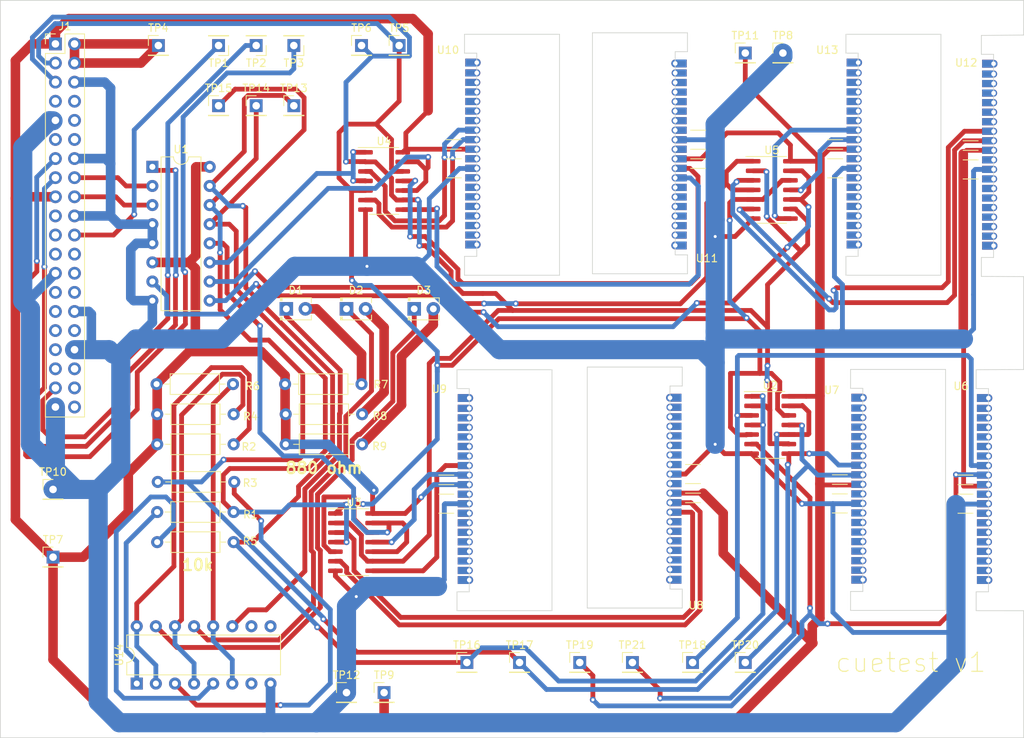
<source format=kicad_pcb>
(kicad_pcb (version 20211014) (generator pcbnew)
  (layers (0 "F.Cu" signal) (31 "B.Cu" signal) (34 "B.Paste" user) (35 "F.Paste" user) (36 "B.SilkS" user "B.Silkscreen") (37 "F.SilkS" user "F.Silkscreen") (38 "B.Mask" user) (39 "F.Mask" user) (44 "Edge.Cuts" user))
  (net 0 "")
  (net 1 "3v3")
  (net 2 "SDA")
  (net 3 "SCL")
  (net 4 "GND")
  (net 10 "/a0")
  (net 11 "/a1")
  (net 12 "/a2")
  (net 28 "Net-(U1-Pad7)")
  (net 29 "Net-(U1-Pad9)")
  (net 30 "Net-(U1-Pad10)")
  (net 31 "Net-(U1-Pad11)")
  (net 32 "Net-(U1-Pad12)")
  (net 33 "Net-(U1-Pad13)")
  (net 34 "Net-(U1-Pad14)")
  (net 35 "Net-(U1-Pad15)")
  (net 36 "Net-(U2-Pad3)")
  (net 37 "Net-(U2-Pad6)")
  (net 38 "Net-(U2-Pad8)")
  (net 39 "Net-(U2-Pad11)")
  (net 40 "Net-(U3-Pad3)")
  (net 41 "Net-(U3-Pad6)")
  (net 42 "Net-(U3-Pad8)")
  (net 43 "Net-(U3-Pad11)")
  (net 44 "Net-(U10-Pad8)")
  (net 45 "Net-(U10-Pad9)")
  (net 46 "Net-(U11-Pad8)")
  (net 47 "Net-(U11-Pad9)")
  (net 48 "Net-(U12-Pad8)")
  (net 49 "Net-(U12-Pad9)")
  (net 50 "Net-(U13-Pad8)")
  (net 51 "Net-(U13-Pad9)")
  (net 52 "Net-(D1-Pad1)")
  (net 53 "Net-(D1-Pad2)")
  (net 54 "Net-(D2-Pad1)")
  (net 55 "Net-(D2-Pad2)")
  (net 56 "Net-(D3-Pad1)")
  (net 57 "Net-(D3-Pad2)")
  (net 58 "Net-(J1-Pad4)")
  (net 59 "Net-(J1-Pad13)")
  (net 60 "Net-(J1-Pad22)")
  (net 61 "Net-(J1-Pad37)")
  (net 62 "Net-(R1-Pad2)")
  (net 63 "Net-(R2-Pad2)")
  (net 64 "Net-(R3-Pad2)")
  (net 65 "Net-(R4-Pad2)")
  (net 66 "Net-(R5-Pad2)")
  (net 67 "Net-(R6-Pad2)")
  (footprint "Package_DIP:DIP-16_W7.62mm" (layer "F.Cu") (at 33.2 34.125)
    (fp_text reference "U1")
    (fp_text value "74HC137")
  )
  (footprint "Connector_PinHeader_2.54mm:PinHeader_1x01_P2.54mm_Vertical" (layer "F.Cu") (at 20 86)
    (fp_text reference "TP7")
    (fp_text value "3v3")
  )
  (footprint "LED_THT:LED_D2.0mm_W4.0mm_H2.8mm_FlatTop" (layer "F.Cu") (at 59 53)
    (fp_text reference "D2")
    (fp_text value "LED")
  )
  (footprint "Package_SO:SOIC-14_3.9x8.7mm_P1.27mm" (layer "F.Cu") (at 60 84)
    (fp_text reference "U3")
    (fp_text value "SN74CBTLV3125")
  )
  (footprint "myfeets:cuecastle" (layer "F.Cu") (at 102.6875 44.569 180)
    (fp_text reference "U11")
    (fp_text value "cue")
    (fp_line (start 0 25.75) (end 0 -1.25) (layer "Edge.Cuts") (width 0.1))
    (fp_line (start 0 -1.25) (end -1.625 -1.25) (layer "Edge.Cuts") (width 0.1))
    (fp_line (start -1.625 25.75) (end 0 25.75) (layer "Edge.Cuts") (width 0.1))
    (fp_line (start -1.625 -3.762) (end 11 -3.762) (layer "Edge.Cuts") (width 0.1))
    (fp_line (start 11 -3.762) (end 11 28.263) (layer "Edge.Cuts") (width 0.1))
    (fp_line (start -1.625 28.263) (end -1.625 25.75) (layer "Edge.Cuts") (width 0.1))
    (fp_line (start 11 28.263) (end -1.625 28.263) (layer "Edge.Cuts") (width 0.1))
    (fp_line (start -1.625 -1.25) (end -1.625 -3.762) (layer "Edge.Cuts") (width 0.1))
  )
  (footprint "Connector_PinHeader_2.54mm:PinHeader_1x01_P2.54mm_Vertical" (layer "F.Cu") (at 64 104)
    (fp_text reference "TP9")
    (fp_text value "3v3")
  )
  (footprint "Resistor_THT:R_Axial_DIN0207_L6.3mm_D2.5mm_P10.16mm_Horizontal" (layer "F.Cu") (at 33.76 63)
    (fp_text reference "R6")
    (fp_text value "10k")
  )
  (footprint "Resistor_THT:R_Axial_DIN0207_L6.3mm_D2.5mm_P10.16mm_Horizontal" (layer "F.Cu") (at 50.92 71)
    (fp_text reference "R9")
    (fp_text value "820")
  )
  (footprint "Package_DIP:DIP-16_W7.62mm" (layer "F.Cu") (at 31.125 102.8 90)
    (fp_text reference "U14")
    (fp_text value "ULN2002")
  )
  (footprint "Connector_PinHeader_2.54mm:PinHeader_1x01_P2.54mm_Vertical" (layer "F.Cu") (at 117 19)
    (fp_text reference "TP8")
    (fp_text value "GND")
  )
  (footprint "Connector_PinHeader_2.54mm:PinHeader_1x01_P2.54mm_Vertical" (layer "F.Cu") (at 42 18 180)
    (fp_text reference "TP1")
    (fp_text value "G25")
  )
  (footprint "Connector_PinHeader_2.54mm:PinHeader_1x01_P2.54mm_Vertical" (layer "F.Cu") (at 82 100)
    (fp_text reference "TP17")
    (fp_text value "EN7")
  )
  (footprint "Connector_PinHeader_2.54mm:PinHeader_2x20_P2.54mm_Vertical" (layer "F.Cu") (at 20.315 17.785)
    (fp_text reference "J1")
    (fp_text value "Raspberry_Pi_2_3")
  )
  (footprint "Connector_PinHeader_2.54mm:PinHeader_1x01_P2.54mm_Vertical" (layer "F.Cu") (at 90 100)
    (fp_text reference "TP19")
    (fp_text value "SDA6")
  )
  (footprint "myfeets:cuecastle" (layer "F.Cu") (at 102 89 180)
    (fp_text reference "U8")
    (fp_text value "cue")
    (fp_line (start 11 28.263) (end -1.625 28.263) (layer "Edge.Cuts") (width 0.1))
    (fp_line (start -1.625 25.75) (end 0 25.75) (layer "Edge.Cuts") (width 0.1))
    (fp_line (start -1.625 28.263) (end -1.625 25.75) (layer "Edge.Cuts") (width 0.1))
    (fp_line (start -1.625 -3.762) (end 11 -3.762) (layer "Edge.Cuts") (width 0.1))
    (fp_line (start -1.625 -1.25) (end -1.625 -3.762) (layer "Edge.Cuts") (width 0.1))
    (fp_line (start 0 -1.25) (end -1.625 -1.25) (layer "Edge.Cuts") (width 0.1))
    (fp_line (start 11 -3.762) (end 11 28.263) (layer "Edge.Cuts") (width 0.1))
    (fp_line (start 0 25.75) (end 0 -1.25) (layer "Edge.Cuts") (width 0.1))
  )
  (footprint "Package_SO:SOIC-14_3.9x8.7mm_P1.27mm" (layer "F.Cu") (at 64 36)
    (fp_text reference "U4")
    (fp_text value "SN74CBTLV3125")
  )
  (footprint "Connector_PinHeader_2.54mm:PinHeader_1x01_P2.54mm_Vertical" (layer "F.Cu") (at 105 100)
    (fp_text reference "TP18")
    (fp_text value "SCL6")
  )
  (footprint "Resistor_THT:R_Axial_DIN0207_L6.3mm_D2.5mm_P10.16mm_Horizontal" (layer "F.Cu") (at 33.92 76)
    (fp_text reference "R3")
    (fp_text value "10k")
  )
  (footprint "Connector_PinHeader_2.54mm:PinHeader_1x01_P2.54mm_Vertical" (layer "F.Cu") (at 42 26)
    (fp_text reference "TP15")
    (fp_text value "LED1")
  )
  (footprint "myfeets:cuecastle" (layer "F.Cu") (at 75.3125 64.85)
    (fp_text reference "U9")
    (fp_text value "cue")
    (fp_line (start -1.625 25.75) (end 0 25.75) (layer "Edge.Cuts") (width 0.1))
    (fp_line (start 11 28.263) (end -1.625 28.263) (layer "Edge.Cuts") (width 0.1))
    (fp_line (start 0 -1.25) (end -1.625 -1.25) (layer "Edge.Cuts") (width 0.1))
    (fp_line (start 11 -3.762) (end 11 28.263) (layer "Edge.Cuts") (width 0.1))
    (fp_line (start -1.625 -1.25) (end -1.625 -3.762) (layer "Edge.Cuts") (width 0.1))
    (fp_line (start -1.625 28.263) (end -1.625 25.75) (layer "Edge.Cuts") (width 0.1))
    (fp_line (start 0 25.75) (end 0 -1.25) (layer "Edge.Cuts") (width 0.1))
    (fp_line (start -1.625 -3.762) (end 11 -3.762) (layer "Edge.Cuts") (width 0.1))
  )
  (footprint "Connector_PinHeader_2.54mm:PinHeader_1x01_P2.54mm_Vertical" (layer "F.Cu") (at 75 100)
    (fp_text reference "TP16")
    (fp_text value "EN6")
  )
  (footprint "myfeets:cuecastle" (layer "F.Cu") (at 127 20.269)
    (fp_text reference "U13")
    (fp_text value "cue")
    (fp_line (start 11 -3.762) (end 11 28.263) (layer "Edge.Cuts") (width 0.1))
    (fp_line (start 0 25.75) (end 0 -1.25) (layer "Edge.Cuts") (width 0.1))
    (fp_line (start -1.625 -1.25) (end -1.625 -3.762) (layer "Edge.Cuts") (width 0.1))
    (fp_line (start 0 -1.25) (end -1.625 -1.25) (layer "Edge.Cuts") (width 0.1))
    (fp_line (start 11 28.263) (end -1.625 28.263) (layer "Edge.Cuts") (width 0.1))
    (fp_line (start -1.625 25.75) (end 0 25.75) (layer "Edge.Cuts") (width 0.1))
    (fp_line (start -1.625 -3.762) (end 11 -3.762) (layer "Edge.Cuts") (width 0.1))
    (fp_line (start -1.625 28.263) (end -1.625 25.75) (layer "Edge.Cuts") (width 0.1))
  )
  (footprint "Connector_PinHeader_2.54mm:PinHeader_1x01_P2.54mm_Vertical" (layer "F.Cu") (at 61 18)
    (fp_text reference "TP6")
    (fp_text value "SCL")
  )
  (footprint "myfeets:cuecastle-edge" (layer "F.Cu") (at 144.3125 64.85)
    (fp_text reference "U6")
    (fp_text value "cue")
    (fp_line (start -1.625 28.263) (end -1.625 25.75) (layer "Edge.Cuts") (width 0.1))
    (fp_line (start 0 25.75) (end 0 -1.25) (layer "Edge.Cuts") (width 0.1))
    (fp_line (start -1.625 -1.25) (end -1.625 -3.762) (layer "Edge.Cuts") (width 0.1))
    (fp_line (start -1.625 25.75) (end 0 25.75) (layer "Edge.Cuts") (width 0.1))
    (fp_line (start 0 -1.25) (end -1.625 -1.25) (layer "Edge.Cuts") (width 0.1))
  )
  (footprint "Connector_PinHeader_2.54mm:PinHeader_1x01_P2.54mm_Vertical" (layer "F.Cu") (at 59 104)
    (fp_text reference "TP12")
    (fp_text value "GND")
  )
  (footprint "Connector_PinHeader_2.54mm:PinHeader_1x01_P2.54mm_Vertical" (layer "F.Cu") (at 47 18 180)
    (fp_text reference "TP2")
    (fp_text value "G26")
  )
  (footprint "Resistor_THT:R_Axial_DIN0207_L6.3mm_D2.5mm_P10.16mm_Horizontal" (layer "F.Cu") (at 44 84 180)
    (fp_text reference "R5")
    (fp_text value "10k")
  )
  (footprint "myfeets:cuecastle-edge" (layer "F.Cu") (at 145 20.419)
    (fp_text reference "U12")
    (fp_text value "cue")
    (fp_line (start -1.625 28.263) (end -1.625 25.75) (layer "Edge.Cuts") (width 0.1))
    (fp_line (start 0 -1.25) (end -1.625 -1.25) (layer "Edge.Cuts") (width 0.1))
    (fp_line (start -1.625 25.75) (end 0 25.75) (layer "Edge.Cuts") (width 0.1))
    (fp_line (start -1.625 -1.25) (end -1.625 -3.762) (layer "Edge.Cuts") (width 0.1))
    (fp_line (start 0 25.75) (end 0 -1.25) (layer "Edge.Cuts") (width 0.1))
  )
  (footprint "myfeets:cuecastle" (layer "F.Cu") (at 76.3125 20.269)
    (fp_text reference "U10")
    (fp_text value "cue")
    (fp_line (start -1.625 -1.25) (end -1.625 -3.762) (layer "Edge.Cuts") (width 0.1))
    (fp_line (start 11 -3.762) (end 11 28.263) (layer "Edge.Cuts") (width 0.1))
    (fp_line (start 0 25.75) (end 0 -1.25) (layer "Edge.Cuts") (width 0.1))
    (fp_line (start -1.625 25.75) (end 0 25.75) (layer "Edge.Cuts") (width 0.1))
    (fp_line (start -1.625 -3.762) (end 11 -3.762) (layer "Edge.Cuts") (width 0.1))
    (fp_line (start 11 28.263) (end -1.625 28.263) (layer "Edge.Cuts") (width 0.1))
    (fp_line (start 0 -1.25) (end -1.625 -1.25) (layer "Edge.Cuts") (width 0.1))
    (fp_line (start -1.625 28.263) (end -1.625 25.75) (layer "Edge.Cuts") (width 0.1))
  )
  (footprint "Connector_PinHeader_2.54mm:PinHeader_1x01_P2.54mm_Vertical" (layer "F.Cu") (at 52 26)
    (fp_text reference "TP13")
    (fp_text value "LED3")
  )
  (footprint "Connector_PinHeader_2.54mm:PinHeader_1x01_P2.54mm_Vertical" (layer "F.Cu") (at 97 100)
    (fp_text reference "TP21")
    (fp_text value "SDA7")
  )
  (footprint "Connector_PinHeader_2.54mm:PinHeader_1x01_P2.54mm_Vertical" (layer "F.Cu") (at 112 19)
    (fp_text reference "TP11")
    (fp_text value "3v3")
  )
  (footprint "Connector_PinHeader_2.54mm:PinHeader_1x01_P2.54mm_Vertical" (layer "F.Cu") (at 66 18)
    (fp_text reference "TP5")
    (fp_text value "SDA")
  )
  (footprint "Resistor_THT:R_Axial_DIN0207_L6.3mm_D2.5mm_P10.16mm_Horizontal" (layer "F.Cu") (at 50.92 67)
    (fp_text reference "R8")
    (fp_text value "820")
  )
  (footprint "Connector_PinHeader_2.54mm:PinHeader_1x01_P2.54mm_Vertical" (layer "F.Cu") (at 52 18 180)
    (fp_text reference "TP3")
    (fp_text value "G27")
  )
  (footprint "LED_THT:LED_D2.0mm_W4.0mm_H2.8mm_FlatTop" (layer "F.Cu") (at 51 53)
    (fp_text reference "D1")
    (fp_text value "LED")
  )
  (footprint "Connector_PinHeader_2.54mm:PinHeader_1x01_P2.54mm_Vertical" (layer "F.Cu") (at 47 26)
    (fp_text reference "TP14")
    (fp_text value "LED2")
  )
  (footprint "Resistor_THT:R_Axial_DIN0207_L6.3mm_D2.5mm_P10.16mm_Horizontal" (layer "F.Cu") (at 33.84 71)
    (fp_text reference "R2")
    (fp_text value "10k")
  )
  (footprint "Connector_PinHeader_2.54mm:PinHeader_1x01_P2.54mm_Vertical" (layer "F.Cu") (at 34 18)
    (fp_text reference "TP4")
    (fp_text value "5v")
  )
  (footprint "Connector_PinHeader_2.54mm:PinHeader_1x01_P2.54mm_Vertical" (layer "F.Cu") (at 20 77)
    (fp_text reference "TP10")
    (fp_text value "GND")
  )
  (footprint "Resistor_THT:R_Axial_DIN0207_L6.3mm_D2.5mm_P10.16mm_Horizontal" (layer "F.Cu") (at 50.84 63)
    (fp_text reference "R7")
    (fp_text value "820")
  )
  (footprint "Resistor_THT:R_Axial_DIN0207_L6.3mm_D2.5mm_P10.16mm_Horizontal" (layer "F.Cu") (at 44 80 180)
    (fp_text reference "R1")
    (fp_text value "10k")
  )
  (footprint "Connector_PinHeader_2.54mm:PinHeader_1x01_P2.54mm_Vertical" (layer "F.Cu") (at 112 100)
    (fp_text reference "TP20")
    (fp_text value "SCL7")
  )
  (footprint "LED_THT:LED_D2.0mm_W4.0mm_H2.8mm_FlatTop" (layer "F.Cu") (at 68 53)
    (fp_text reference "D3")
    (fp_text value "LED")
  )
  (footprint "myfeets:cuecastle" (layer "F.Cu") (at 127.62 64.81)
    (fp_text reference "U7")
    (fp_text value "cue")
    (fp_line (start -1.625 -1.25) (end -1.625 -3.762) (layer "Edge.Cuts") (width 0.1))
    (fp_line (start -1.625 25.75) (end 0 25.75) (layer "Edge.Cuts") (width 0.1))
    (fp_line (start 0 25.75) (end 0 -1.25) (layer "Edge.Cuts") (width 0.1))
    (fp_line (start 0 -1.25) (end -1.625 -1.25) (layer "Edge.Cuts") (width 0.1))
    (fp_line (start 11 28.263) (end -1.625 28.263) (layer "Edge.Cuts") (width 0.1))
    (fp_line (start 11 -3.762) (end 11 28.263) (layer "Edge.Cuts") (width 0.1))
    (fp_line (start -1.625 -3.762) (end 11 -3.762) (layer "Edge.Cuts") (width 0.1))
    (fp_line (start -1.625 28.263) (end -1.625 25.75) (layer "Edge.Cuts") (width 0.1))
  )
  (footprint "Package_SO:SOIC-14_3.9x8.7mm_P1.27mm" (layer "F.Cu") (at 115.3125 68.431)
    (fp_text reference "U2")
    (fp_text value "SN74CBTLV3125")
  )
  (footprint "Resistor_THT:R_Axial_DIN0207_L6.3mm_D2.5mm_P10.16mm_Horizontal" (layer "F.Cu") (at 33.84 67)
    (fp_text reference "R4")
    (fp_text value "10k")
  )
  (footprint "Package_SO:SOIC-14_3.9x8.7mm_P1.27mm" (layer "F.Cu") (at 115.525 37.19)
    (fp_text reference "U5")
    (fp_text value "SN74CBTLV3125")
  )
  (gr_line (start 13 12) (end 149 12) (layer "Edge.Cuts") (width 0.1))
  (gr_line (start 148.9964 16.6116) (end 149 12) (layer "Edge.Cuts") (width 0.1))
  (gr_line (start 143.375 48.682) (end 148.9964 48.7172) (layer "Edge.Cuts") (width 0.1))
  (gr_line (start 142.6875 93.113) (end 148.9964 93.1164) (layer "Edge.Cuts") (width 0.1))
  (gr_line (start 149 110) (end 13 110) (layer "Edge.Cuts") (width 0.1))
  (gr_line (start 13 110) (end 13 12) (layer "Edge.Cuts") (width 0.1))
  (gr_line (start 142.6875 61.088) (end 148.9964 61.0616) (layer "Edge.Cuts") (width 0.1))
  (gr_line (start 143.375 16.657) (end 148.9964 16.6116) (layer "Edge.Cuts") (width 0.1))
  (gr_line (start 148.9964 48.7172) (end 148.9964 61.0616) (layer "Edge.Cuts") (width 0.1))
  (gr_line (start 148.9964 93.1164) (end 149 110) (layer "Edge.Cuts") (width 0.1))
  (gr_text "10k" (at 39.21 87.03) (layer "F.SilkS") (effects (font (size 1.5 1.5) (thickness 0.3))))
  (gr_text "880 ohm" (at 56 74.14) (layer "F.SilkS") (effects (font (size 1.5 1.5) (thickness 0.3))))
  (gr_text "cuetest v1" (at 134 100) (layer "F.SilkS") (effects (font (size 2.54 2.54))))
  (segment (start 64 107.8912) (end 64 104) (width 1.27) (layer "F.Cu") (net 1))
  (segment (start 33.84 67) (end 33.84 63.08) (width 1.27) (layer "F.Cu") (net 1))
  (segment (start 38.9128 47.6276) (end 38.086 46.8008) (width 1.27) (layer "F.Cu") (net 1))
  (segment (start 50.84 70.92) (end 50.92 71) (width 1.27) (layer "F.Cu") (net 1))
  (segment (start 68.92208 78.0288) (end 68.92208 78.07792) (width 0.64516) (layer "F.Cu") (net 1))
  (segment (start 66.886 29.634) (end 69.85 26.67) (width 0.635) (layer "F.Cu") (net 1))
  (segment (start 20 99.6036) (end 28.3464 107.95) (width 1.27) (layer "F.Cu") (net 1))
  (segment (start 126.99498 76.36) (end 126.95178 76.4032) (width 0.635) (layer "F.Cu") (net 1))
  (segment (start 106.133 33.059) (end 103.00502 33.059) (width 0.635) (layer "F.Cu") (net 1))
  (segment (start 15 20) (end 15 38.3172) (width 1.27) (layer "F.Cu") (net 1))
  (segment (start 38.0618 46.825) (end 33.2 46.825) (width 1.27) (layer "F.Cu") (net 1))
  (segment (start 30 80) (end 30 74.84) (width 1.27) (layer "F.Cu") (net 1))
  (segment (start 121.92 64.5668) (end 121.92 33.02) (width 1.27) (layer "F.Cu") (net 1))
  (segment (start 67.818 14.4272) (end 69.85 16.4592) (width 1.27) (layer "F.Cu") (net 1))
  (segment (start 121.92 76.2508) (end 121.92 64.5668) (width 1.27) (layer "F.Cu") (net 1))
  (segment (start 33.76 63) (end 38.086 58.674) (width 1.27) (layer "F.Cu") (net 1))
  (segment (start 38.9636 34.1884) (end 39.027 34.125) (width 1.27) (layer "F.Cu") (net 1))
  (segment (start 141.0208 76.5556) (end 141.0208 54.0258) (width 0.635) (layer "F.Cu") (net 1))
  (segment (start 38.9128 57.8472) (end 38.9128 47.6276) (width 1.27) (layer "F.Cu") (net 1))
  (segment (start 15 38.3172) (end 15 81) (width 1.27) (layer "F.Cu") (net 1))
  (segment (start 118 31.2336) (end 116.3828 29.6164) (width 0.635) (layer "F.Cu") (net 1))
  (segment (start 62.475 80.19) (end 62.475 77.2758) (width 0.64516) (layer "F.Cu") (net 1))
  (segment (start 109.0676 80.1624) (end 106.3952 77.49) (width 1.27) (layer "F.Cu") (net 1))
  (segment (start 141.0208 54.0258) (end 140.97 53.975) (width 0.635) (layer "F.Cu") (net 1))
  (segment (start 121.9708 57.0992) (end 140.97 57.0992) (width 1.27) (layer "F.Cu") (net 1))
  (segment (start 105.7964 77.49) (end 102.3226 77.49) (width 0.64516) (layer "F.Cu") (net 1))
  (segment (start 126.95178 76.4032) (end 124.1044 76.4032) (width 0.635) (layer "F.Cu") (net 1))
  (segment (start 112 23.1) (end 112 19) (width 0.635) (layer "F.Cu") (net 1))
  (segment (start 20.315 17.785) (end 20.315 16.2102) (width 1.27) (layer "F.Cu") (net 1))
  (segment (start 30 74.84) (end 33.84 71) (width 1.27) (layer "F.Cu") (net 1))
  (segment (start 15.2122 38.105) (end 20.315 38.105) (width 1.27) (layer "F.Cu") (net 1))
  (segment (start 64.0588 107.95) (end 64 107.8912) (width 1.27) (layer "F.Cu") (net 1))
  (segment (start 62.475 77.2758) (end 62.6364 77.1144) (width 0.64516) (layer "F.Cu") (net 1))
  (segment (start 118 33.38) (end 118 31.2336) (width 0.635) (layer "F.Cu") (net 1))
  (segment (start 143.99498 76.36) (end 143.99498 76.5556) (width 0.635) (layer "F.Cu") (net 1))
  (segment (start 120.904 95.129737) (end 121.92 94.113737) (width 1.27) (layer "F.Cu") (net 1))
  (segment (start 47.674 58.674) (end 50.84 61.84) (width 1.27) (layer "F.Cu") (net 1))
  (segment (start 66.475 32.19) (end 66.886 31.779) (width 0.635) (layer "F.Cu") (net 1))
  (segment (start 68.92208 78.07792) (end 66.81 80.19) (width 0.64516) (layer "F.Cu") (net 1))
  (segment (start 38.086 58.674) (end 47.674 58.674) (width 1.27) (layer "F.Cu") (net 1))
  (segment (start 15 81) (end 20 86) (width 1.27) (layer "F.Cu") (net 1))
  (segment (start 20.315 17.785) (end 17.215 17.785) (width 1.27) (layer "F.Cu") (net 1))
  (segment (start 50.84 63) (end 50.84 66.92) (width 1.27) (layer "F.Cu") (net 1))
  (segment (start 20 86) (end 24 86) (width 1.27) (layer "F.Cu") (net 1))
  (segment (start 109.0676 85.4964) (end 109.0676 80.1624) (width 1.27) (layer "F.Cu") (net 1))
  (segment (start 69.85 16.4592) (end 69.85 26.67) (width 1.27) (layer "F.Cu") (net 1))
  (segment (start 120.904 97.3836) (end 120.904 95.129737) (width 1.27) (layer "F.Cu") (net 1))
  (segment (start 33.84 63.08) (end 33.76 63) (width 1.27) (layer "F.Cu") (net 1))
  (segment (start 50.84 66.92) (end 50.92 67) (width 1.27) (layer "F.Cu") (net 1))
  (segment (start 17.215 17.785) (end 15 20) (width 1.27) (layer "F.Cu") (net 1))
  (segment (start 121.92 33.02) (end 116.5352 27.6352) (width 0.635) (layer "F.Cu") (net 1))
  (segment (start 38.9636 45.9232) (end 38.9636 34.1884) (width 1.27) (layer "F.Cu") (net 1))
  (segment (start 20 86) (end 20 99.6036) (width 1.27) (layer "F.Cu") (net 1))
  (segment (start 39.027 34.125) (end 40.82 34.125) (width 1.27) (layer "F.Cu") (net 1))
  (segment (start 28.3464 107.95) (end 64.0588 107.95) (width 1.27) (layer "F.Cu") (net 1))
  (segment (start 140.97 57.0992) (end 140.97 53.975) (width 1.27) (layer "F.Cu") (net 1))
  (segment (start 140.97 32.385) (end 141.426 31.929) (width 0.635) (layer "F.Cu") (net 1))
  (segment (start 118 33.38) (end 121.56 33.38) (width 0.635) (layer "F.Cu") (net 1))
  (segment (start 121.56 33.38) (end 121.92 33.02) (width 0.635) (layer "F.Cu") (net 1))
  (segment (start 33.84 71) (end 33.84 67) (width 1.27) (layer "F.Cu") (net 1))
  (segment (start 66.81 80.19) (end 62.475 80.19) (width 0.64516) (layer "F.Cu") (net 1))
  (segment (start 66.886 31.779) (end 66.886 29.634) (width 0.635) (layer "F.Cu") (net 1))
  (segment (start 121.92 33.02) (end 123.161 31.779) (width 0.635) (layer "F.Cu") (net 1))
  (segment (start 116.3828 29.6164) (end 109.5756 29.6164) (width 0.635) (layer "F.Cu") (net 1))
  (segment (start 24 86) (end 30 80) (width 1.27) (layer "F.Cu") (net 1))
  (segment (start 116.5352 27.6352) (end 112 23.1) (width 0.635) (layer "F.Cu") (net 1))
  (segment (start 64.0588 107.95) (end 110.4392 107.95) (width 1.27) (layer "F.Cu") (net 1))
  (segment (start 66.886 31.779) (end 75.99498 31.779) (width 0.635) (layer "F.Cu") (net 1))
  (segment (start 117.7875 64.621) (end 120.0946 64.621) (width 0.635) (layer "F.Cu") (net 1))
  (segment (start 15 38.3172) (end 15.2122 38.105) (width 1.27) (layer "F.Cu") (net 1))
  (segment (start 121.8658 64.621) (end 121.92 64.5668) (width 0.635) (layer "F.Cu") (net 1))
  (segment (start 105.7964 77.49) (end 106.3952 77.49) (width 0.64516) (layer "F.Cu") (net 1))
  (segment (start 140.97 53.975) (end 140.97 32.385) (width 1.27) (layer "F.Cu") (net 1))
  (segment (start 109.5756 29.6164) (end 106.133 33.059) (width 0.635) (layer "F.Cu") (net 1))
  (segment (start 38.086 58.674) (end 38.9128 57.8472) (width 1.27) (layer "F.Cu") (net 1))
  (segment (start 124.1044 76.4032) (end 122.0724 76.4032) (width 0.635) (layer "F.Cu") (net 1))
  (segment (start 110.4392 107.95) (end 120.9802 97.409) (width 1.27) (layer "F.Cu") (net 1))
  (segment (start 38.086 46.8008) (end 38.9636 45.9232) (width 1.27) (layer "F.Cu") (net 1))
  (segment (start 122.0724 76.4032) (end 121.92 76.2508) (width 0.635) (layer "F.Cu") (net 1))
  (segment (start 20.315 16.2102) (end 22.098 14.4272) (width 1.27) (layer "F.Cu") (net 1))
  (segment (start 50.84 61.84) (end 50.84 63) (width 1.27) (layer "F.Cu") (net 1))
  (segment (start 141.426 31.929) (end 144.68248 31.929) (width 0.635) (layer "F.Cu") (net 1))
  (segment (start 50.92 67) (end 50.92 71) (width 1.27) (layer "F.Cu") (net 1))
  (segment (start 22.098 14.4272) (end 67.818 14.4272) (width 1.27) (layer "F.Cu") (net 1))
  (segment (start 120.0946 64.621) (end 121.8658 64.621) (width 0.635) (layer "F.Cu") (net 1))
  (segment (start 143.99498 76.5556) (end 141.0208 76.5556) (width 0.635) (layer "F.Cu") (net 1))
  (segment (start 120.9802 97.409) (end 109.0676 85.4964) (width 1.27) (layer "F.Cu") (net 1))
  (segment (start 121.92 94.113737) (end 121.92 76.2508) (width 1.27) (layer "F.Cu") (net 1))
  (segment (start 38.086 46.8008) (end 38.0618 46.825) (width 1.27) (layer "F.Cu") (net 1))
  (segment (start 123.161 31.779) (end 126.68248 31.779) (width 0.635) (layer "F.Cu") (net 1))
  (via (at 62.6364 77.1144) (size 0.8) (drill 0.4) (layers "F.Cu" "B.Cu") (net 1))
  (via (at 68.92208 78.0288) (size 0.8) (drill 0.4) (layers "F.Cu" "B.Cu") (net 1))
  (segment (start 50.92 71) (end 56.522 71) (width 1.27) (layer "B.Cu") (net 1))
  (segment (start 70.59088 76.36) (end 74.9899 76.36) (width 0.64516) (layer "B.Cu") (net 1))
  (segment (start 56.522 71) (end 62.6364 77.1144) (width 1.27) (layer "B.Cu") (net 1))
  (segment (start 68.92208 78.0288) (end 70.59088 76.36) (width 0.64516) (layer "B.Cu") (net 1))
  (segment (start 112.0648 54.3052) (end 79.248 54.3052) (width 0.635) (layer "F.Cu") (net 2))
  (segment (start 57.525 85.27) (end 56.869508 85.27) (width 0.64516) (layer "F.Cu") (net 2))
  (segment (start 56 84.400492) (end 56 78) (width 0.64516) (layer "F.Cu") (net 2))
  (segment (start 111.0488 69.7484) (end 110.0328 68.7324) (width 0.635) (layer "F.Cu") (net 2))
  (segment (start 66 25.3892) (end 66 18) (width 0.635) (layer "F.Cu") (net 2))
  (segment (start 117.139192 67.161) (end 117.7875 67.161) (width 0.635) (layer "F.Cu") (net 2))
  (segment (start 59.6728 37.27) (end 58.0136 35.6108) (width 0.635) (layer "F.Cu") (net 2))
  (segment (start 61.819508 82.73) (end 62.475 82.73) (width 0.64516) (layer "F.Cu") (net 2))
  (segment (start 59.1312 28.448) (end 62.9412 28.448) (width 0.635) (layer "F.Cu") (net 2))
  (segment (start 60.0456 78.9432) (end 60 78.9888) (width 0.635) (layer "F.Cu") (net 2))
  (segment (start 58.0136 29.5656) (end 59.1312 28.448) (width 0.635) (layer "F.Cu") (net 2))
  (segment (start 116.586 63.904192) (end 116.29548 64.194712) (width 0.635) (layer "F.Cu") (net 2))
  (segment (start 64.98298 30.48978) (end 64.98298 34.40138) (width 0.635) (layer "F.Cu") (net 2))
  (segment (start 59.6728 49.1572) (end 59.6728 37.27) (width 0.635) (layer "F.Cu") (net 2))
  (segment (start 56 78) (end 60 78) (width 0.64516) (layer "F.Cu") (net 2))
  (segment (start 112.189192 69.701) (end 112.141792 69.7484) (width 0.635) (layer "F.Cu") (net 2))
  (segment (start 114.3464 38.46) (end 116.8864 35.92) (width 0.635) (layer "F.Cu") (net 2))
  (segment (start 65.3116 34.73) (end 66.475 34.73) (width 0.635) (layer "F.Cu") (net 2))
  (segment (start 112.1664 54.2036) (end 112.0648 54.3052) (width 0.635) (layer "F.Cu") (net 2))
  (segment (start 60 78.9888) (end 60 80.910492) (width 0.64516) (layer "F.Cu") (net 2))
  (segment (start 116.29548 64.194712) (end 116.29548 66.317288) (width 0.635) (layer "F.Cu") (net 2))
  (segment (start 79.248 54.3052) (end 73.0504 60.5028) (width 0.635) (layer "F.Cu") (net 2))
  (segment (start 59.7408 49.2252) (end 59.6728 49.1572) (width 0.635) (layer "F.Cu") (net 2))
  (segment (start 110.0328 68.7324) (end 110.0328 61.5696) (width 0.635) (layer "F.Cu") (net 2))
  (segment (start 110.0328 61.5696) (end 113.9444 61.5696) (width 0.635) (layer "F.Cu") (net 2))
  (segment (start 113.9444 61.5696) (end 115.4684 61.5696) (width 0.635) (layer "F.Cu") (net 2))
  (segment (start 64.98298 34.40138) (end 65.3116 34.73) (width 0.635) (layer "F.Cu") (net 2))
  (segment (start 115.4684 61.5696) (end 116.586 62.6872) (width 0.635) (layer "F.Cu") (net 2))
  (segment (start 116.29548 66.317288) (end 117.139192 67.161) (width 0.635) (layer "F.Cu") (net 2))
  (segment (start 116.586 62.6872) (end 116.586 63.904192) (width 0.635) (layer "F.Cu") (net 2))
  (segment (start 112.8375 69.701) (end 112.189192 69.701) (width 0.635) (layer "F.Cu") (net 2))
  (segment (start 60 80.910492) (end 61.819508 82.73) (width 0.64516) (layer "F.Cu") (net 2))
  (segment (start 109.9312 38.9128) (end 110.384 38.46) (width 0.635) (layer "F.Cu") (net 2))
  (segment (start 62.9412 28.448) (end 64.98298 30.48978) (width 0.635) (layer "F.Cu") (net 2))
  (segment (start 112.141792 69.7484) (end 111.0488 69.7484) (width 0.635) (layer "F.Cu") (net 2))
  (segment (start 113.9444 61.5696) (end 113.9444 55.9816) (width 0.635) (layer "F.Cu") (net 2))
  (segment (start 56.869508 85.27) (end 56 84.400492) (width 0.64516) (layer "F.Cu") (net 2))
  (segment (start 110.384 38.46) (end 113.05 38.46) (width 0.635) (layer "F.Cu") (net 2))
  (segment (start 60 78) (end 60 78.9888) (width 0.64516) (layer "F.Cu") (net 2))
  (segment (start 61.214 78.9432) (end 60.0456 78.9432) (width 0.635) (layer "F.Cu") (net 2))
  (segment (start 116.8864 35.92) (end 118 35.92) (width 0.635) (layer "F.Cu") (net 2))
  (segment (start 62.9412 28.448) (end 66 25.3892) (width 0.635) (layer "F.Cu") (net 2))
  (segment (start 113.05 38.46) (end 114.3464 38.46) (width 0.635) (layer "F.Cu") (net 2))
  (segment (start 113.9444 55.9816) (end 112.1664 54.2036) (width 0.635) (layer "F.Cu") (net 2))
  (segment (start 109.9312 41.2496) (end 109.9312 38.9128) (width 0.635) (layer "F.Cu") (net 2))
  (segment (start 58.0136 35.6108) (end 58.0136 29.5656) (width 0.635) (layer "F.Cu") (net 2))
  (segment (start 73.0504 60.5028) (end 71.0692 60.5028) (width 0.635) (layer "F.Cu") (net 2))
  (segment (start 61.525 37.27) (end 59.6728 37.27) (width 0.635) (layer "F.Cu") (net 2))
  (via (at 59.7408 49.2252) (size 0.8) (drill 0.4) (layers "F.Cu" "B.Cu") (net 2))
  (via (at 109.9312 41.2496) (size 0.8) (drill 0.4) (layers "F.Cu" "B.Cu") (net 2))
  (via (at 61.214 78.9432) (size 0.8) (drill 0.4) (layers "F.Cu" "B.Cu") (net 2))
  (via (at 71.0692 60.5028) (size 0.8) (drill 0.4) (layers "F.Cu" "B.Cu") (net 2))
  (via (at 112.1664 54.2036) (size 0.8) (drill 0.4) (layers "F.Cu" "B.Cu") (net 2))
  (segment (start 19.0042 20.325) (end 20.315 20.325) (width 0.635) (layer "B.Cu") (net 2))
  (segment (start 63.0876 15.0876) (end 66 18) (width 0.635) (layer "B.Cu") (net 2))
  (segment (start 71.0692 58.674) (end 71.0692 61.3664) (width 0.635) (layer "B.Cu") (net 2))
  (segment (start 18.0848 19.4056) (end 18.0848 17.281178) (width 0.635) (layer "B.Cu") (net 2))
  (segment (start 20.278378 15.0876) (end 63.0876 15.0876) (width 0.635) (layer "B.Cu") (net 2))
  (segment (start 60.4012 49.8856) (end 62.2808 49.8856) (width 0.635) (layer "B.Cu") (net 2))
  (segment (start 71.0692 61.3664) (end 71.0692 70.310802) (width 0.635) (layer "B.Cu") (net 2))
  (segment (start 18.0848 17.281178) (end 20.278378 15.0876) (width 0.635) (layer "B.Cu") (net 2))
  (segment (start 18.0848 19.4056) (end 19.0042 20.325) (width 0.635) (layer "B.Cu") (net 2))
  (segment (start 71.0692 60.5028) (end 71.0692 61.3664) (width 0.635) (layer "B.Cu") (net 2))
  (segment (start 112.1664 54.2036) (end 109.9312 51.9684) (width 0.635) (layer "B.Cu") (net 2))
  (segment (start 62.436802 78.9432) (end 61.214 78.9432) (width 0.635) (layer "B.Cu") (net 2))
  (segment (start 109.9312 51.9684) (end 109.9312 41.2496) (width 0.635) (layer "B.Cu") (net 2))
  (segment (start 71.0692 70.310802) (end 62.436802 78.9432) (width 0.635) (layer "B.Cu") (net 2))
  (segment (start 59.7408 49.2252) (end 60.4012 49.8856) (width 0.635) (layer "B.Cu") (net 2))
  (segment (start 62.2808 49.8856) (end 71.0692 58.674) (width 0.635) (layer "B.Cu") (net 2))
  (segment (start 79.16369 53.20932) (end 77.921305 54.451705) (width 0.635) (layer "F.Cu") (net 3))
  (segment (start 66.5086 38.5064) (end 66.475 38.54) (width 0.64516) (layer "F.Cu") (net 3))
  (segment (start 77.870505 54.400905) (end 77.870505 54.299305) (width 0.635) (layer "F.Cu") (net 3))
  (segment (start 115.572611 41.506211) (end 115.545761 41.506211) (width 0.635) (layer "F.Cu") (net 3))
  (segment (start 77.1144 50.9524) (end 74.4728 50.9524) (width 0.64516) (layer "F.Cu") (net 3))
  (segment (start 81.08673 53.20932) (end 79.16369 53.20932) (width 0.635) (layer "F.Cu") (net 3))
  (segment (start 69.4944 44.6024) (end 68.6816 44.6024) (width 0.64516) (layer "F.Cu") (net 3))
  (segment (start 64.98298 35.62058) (end 64.98298 37.85578) (width 0.635) (layer "F.Cu") (net 3))
  (segment (start 120.2944 44.45) (end 120.2944 41.376092) (width 0.635) (layer "F.Cu") (net 3))
  (segment (start 70.687256 59.580709) (end 70.0024 60.265565) (width 0.64516) (layer "F.Cu") (net 3))
  (segment (start 74.4728 50.9524) (end 72.898 49.3776) (width 0.64516) (layer "F.Cu") (net 3))
  (segment (start 81.08673 53.20932) (end 112.74692 53.20932) (width 0.635) (layer "F.Cu") (net 3))
  (segment (start 117.7333 70.9168) (end 117.7875 70.971) (width 0.635) (layer "F.Cu") (net 3))
  (segment (start 118.648308 39.73) (end 118 39.73) (width 0.635) (layer "F.Cu") (net 3))
  (segment (start 61.525 33.46) (end 62.8224 33.46) (width 0.635) (layer "F.Cu") (net 3))
  (segment (start 59.35495 81.46) (end 57.525 81.46) (width 0.64516) (layer "F.Cu") (net 3))
  (segment (start 118.6942 46.0502) (end 120.2944 44.45) (width 0.635) (layer "F.Cu") (net 3))
  (segment (start 114.8588 40.81925) (end 114.8588 40.6908) (width 0.635) (layer "F.Cu") (net 3))
  (segment (start 61.4914 33.4264) (end 61.525 33.46) (width 0.635) (layer "F.Cu") (net 3))
  (segment (start 68.4784 38.5064) (end 66.5086 38.5064) (width 0.64516) (layer "F.Cu") (net 3))
  (segment (start 115.2652 70.9168) (end 117.7333 70.9168) (width 0.635) (layer "F.Cu") (net 3))
  (segment (start 119.4054 45.339) (end 115.572611 41.506211) (width 0.635) (layer "F.Cu") (net 3))
  (segment (start 114.808 34.798) (end 114.66 34.65) (width 0.635) (layer "F.Cu") (net 3))
  (segment (start 60.9779 85.698392) (end 60.9779 83.08295) (width 0.64516) (layer "F.Cu") (net 3))
  (segment (start 115.2652 66.467198) (end 115.2652 62.8422) (width 0.635) (layer "F.Cu") (net 3))
  (segment (start 114.9604 55.4228) (end 114.9604 60.5536) (width 0.635) (layer "F.Cu") (net 3))
  (segment (start 120.2944 41.376092) (end 118.648308 39.73) (width 0.635) (layer "F.Cu") (net 3))
  (segment (start 60.9779 83.08295) (end 59.35495 81.46) (width 0.64516) (layer "F.Cu") (net 3))
  (segment (start 70.0024 83.058) (end 66.5204 86.54) (width 0.64516) (layer "F.Cu") (net 3))
  (segment (start 114.9604 49.784) (end 114.9604 55.4228) (width 0.635) (layer "F.Cu") (net 3))
  (segment (start 62.8224 33.46) (end 64.98298 35.62058) (width 0.635) (layer "F.Cu") (net 3))
  (segment (start 78.82981 50.9524) (end 81.08673 53.20932) (width 0.635) (layer "F.Cu") (net 3))
  (segment (start 64.98298 37.85578) (end 65.6672 38.54) (width 0.635) (layer "F.Cu") (net 3))
  (segment (start 66.5204 86.54) (end 62.475 86.54) (width 0.64516) (layer "F.Cu") (net 3))
  (segment (start 62.475 86.54) (end 61.819508 86.54) (width 0.64516) (layer "F.Cu") (net 3))
  (segment (start 78.0796 54.2036) (end 78.0796 54.286226) (width 0.64516) (layer "F.Cu") (net 3))
  (segment (start 114.66 34.65) (end 113.05 34.65) (width 0.635) (layer "F.Cu") (net 3))
  (segment (start 78.0796 54.286226) (end 72.785117 59.580709) (width 0.64516) (layer "F.Cu") (net 3))
  (segment (start 77.921305 54.451705) (end 77.870505 54.400905) (width 0.635) (layer "F.Cu") (net 3))
  (segment (start 118.6942 46.0502) (end 119.4054 45.339) (width 0.635) (layer "F.Cu") (net 3))
  (segment (start 65.6672 38.54) (end 66.475 38.54) (width 0.635) (layer "F.Cu") (net 3))
  (segment (start 72.785117 59.580709) (end 70.687256 59.580709) (width 0.64516) (layer "F.Cu") (net 3))
  (segment (start 72.898 49.3776) (end 72.898 48.006) (width 0.64516) (layer "F.Cu") (net 3))
  (segment (start 112.74692 53.20932) (end 114.9604 55.4228) (width 0.635) (layer "F.Cu") (net 3))
  (segment (start 115.2652 62.8422) (end 114.9096 62.4866) (width 0.635) (layer "F.Cu") (net 3))
  (segment (start 115.545761 41.506211) (end 114.8588 40.81925) (width 0.635) (layer "F.Cu") (net 3))
  (segment (start 112.8375 65.891) (end 114.689002 65.891) (width 0.635) (layer "F.Cu") (net 3))
  (segment (start 115.2652 66.467198) (end 115.2652 70.9168) (width 0.635) (layer "F.Cu") (net 3))
  (segment (start 70.0024 60.265565) (end 70.0024 83.058) (width 0.64516) (layer "F.Cu") (net 3))
  (segment (start 58.9306 33.4264) (end 61.4914 33.4264) (width 0.635) (layer "F.Cu") (net 3))
  (segment (start 114.689002 65.891) (end 115.2652 66.467198) (width 0.635) (layer "F.Cu") (net 3))
  (segment (start 72.898 48.006) (end 69.4944 44.6024) (width 0.64516) (layer "F.Cu") (net 3))
  (segment (start 61.819508 86.54) (end 60.9779 85.698392) (width 0.64516) (layer "F.Cu") (net 3))
  (segment (start 77.1144 50.9524) (end 78.82981 50.9524) (width 0.635) (layer "F.Cu") (net 3))
  (segment (start 118.6942 46.0502) (end 114.9604 49.784) (width 0.635) (layer "F.Cu") (net 3))
  (via (at 114.9604 60.5536) (size 0.8) (drill 0.4) (layers "F.Cu" "B.Cu") (net 3))
  (via (at 114.808 34.798) (size 0.8) (drill 0.4) (layers "F.Cu" "B.Cu") (net 3))
  (via (at 58.9306 33.4264) (size 0.8) (drill 0.4) (layers "F.Cu" "B.Cu") (net 3))
  (via (at 68.4784 38.5064) (size 0.8) (drill 0.4) (layers "F.Cu" "B.Cu") (net 3))
  (via (at 68.6816 44.6024) (size 0.8) (drill 0.4) (layers "F.Cu" "B.Cu") (net 3))
  (via (at 114.8588 40.6908) (size 0.8) (drill 0.4) (layers "F.Cu" "B.Cu") (net 3))
  (via (at 114.9096 62.4866) (size 0.8) (drill 0.4) (layers "F.Cu" "B.Cu") (net 3))
  (segment (start 67.328422 19.4056) (end 62.4056 19.4056) (width 0.635) (layer "B.Cu") (net 3))
  (segment (start 19.961789 14.224) (end 64.6684 14.224) (width 0.635) (layer "B.Cu") (net 3))
  (segment (start 114.9096 62.4866) (end 114.9096 60.6044) (width 0.635) (layer "B.Cu") (net 3))
  (segment (start 62.4056 19.4056) (end 61 18) (width 0.635) (layer "B.Cu") (net 3))
  (segment (start 68.6816 44.6024) (end 68.6816 38.7096) (width 0.64516) (layer "B.Cu") (net 3))
  (segment (start 64.6684 14.224) (end 67.367011 16.922611) (width 0.635) (layer "B.Cu") (net 3))
  (segment (start 114.8588 34.8488) (end 114.808 34.798) (width 0.635) (layer "B.Cu") (net 3))
  (segment (start 67.367011 16.922611) (end 67.367011 19.367011) (width 0.635) (layer "B.Cu") (net 3))
  (segment (start 114.8588 40.6908) (end 114.8588 34.8488) (width 0.635) (layer "B.Cu") (net 3))
  (segment (start 62.4056 19.4056) (end 58.9306 22.8806) (width 0.635) (layer "B.Cu") (net 3))
  (segment (start 17.25028 19.80028) (end 17.25028 16.935509) (width 0.635) (layer "B.Cu") (net 3))
  (segment (start 58.9306 22.8806) (end 58.9306 33.4264) (width 0.635) (layer "B.Cu") (net 3))
  (segment (start 68.6816 38.7096) (end 68.4784 38.5064) (width 0.64516) (layer "B.Cu") (net 3))
  (segment (start 17.25028 16.935509) (end 19.961789 14.224) (width 0.635) (layer "B.Cu") (net 3))
  (segment (start 67.367011 19.367011) (end 67.328422 19.4056) (width 0.635) (layer "B.Cu") (net 3))
  (segment (start 114.9096 60.6044) (end 114.9604 60.5536) (width 0.635) (layer "B.Cu") (net 3))
  (segment (start 20.315 22.865) (end 17.25028 19.80028) (width 0.635) (layer "B.Cu") (net 3))
  (segment (start 109.241 72.241) (end 108 71) (width 0.64516) (layer "F.Cu") (net 4))
  (segment (start 108 71) (end 104.046 74.954) (width 0.64516) (layer "F.Cu") (net 4))
  (segment (start 57.525 88.513) (end 57.525 87.81) (width 0.64516) (layer "F.Cu") (net 4))
  (segment (start 112.8375 72.241) (end 109.241 72.241) (width 0.64516) (layer "F.Cu") (net 4))
  (segment (start 110.6424 43.3832) (end 108.0008 43.3832) (width 0.635) (layer "F.Cu") (net 4))
  (segment (start 113.05 41) (end 113.0256 41) (width 0.635) (layer "F.Cu") (net 4))
  (segment (start 113.0256 41) (end 110.6424 43.3832) (width 0.635) (layer "F.Cu") (net 4))
  (segment (start 61.722 47.3456) (end 61.525 47.1486) (width 0.635) (layer "F.Cu") (net 4))
  (segment (start 60.2996 91.2368) (end 60.2488 91.2368) (width 0.64516) (layer "F.Cu") (net 4))
  (segment (start 119.5288 78.896) (end 119.5324 78.8924) (width 0.64516) (layer "F.Cu") (net 4))
  (segment (start 104.046 74.954) (end 102.3226 74.954) (width 0.64516) (layer "F.Cu") (net 4))
  (segment (start 61.525 47.1486) (end 61.525 39.81) (width 0.635) (layer "F.Cu") (net 4))
  (segment (start 112.8375 72.241) (end 119.4925 78.896) (width 0.64516) (layer "F.Cu") (net 4))
  (segment (start 119.4925 78.896) (end 119.5288 78.896) (width 0.64516) (layer "F.Cu") (net 4))
  (segment (start 60.2488 91.2368) (end 57.525 88.513) (width 0.64516) (layer "F.Cu") (net 4))
  (via (at 61.722 47.3456) (size 0.8) (drill 0.4) (layers "F.Cu" "B.Cu") (net 4))
  (via (at 108 71) (size 0.8) (drill 0.4) (layers "F.Cu" "B.Cu") (net 4))
  (via (at 60.2996 91.2368) (size 0.8) (drill 0.4) (layers "F.Cu" "B.Cu") (net 4))
  (via (at 108.0008 43.3832) (size 0.8) (drill 0.4) (layers "F.Cu" "B.Cu") (net 4))
  (via (at 119.5324 78.8924) (size 0.8) (drill 0.4) (layers "F.Cu" "B.Cu") (net 4))
  (segment (start 103.0101 30.523) (end 107.653 30.523) (width 0.64516) (layer "B.Cu") (net 4))
  (segment (start 108 41.1488) (end 108 30.176) (width 2.54) (layer "B.Cu") (net 4))
  (segment (start 108 57) (end 123.6448 57) (width 2.54) (layer "B.Cu") (net 4))
  (segment (start 71.102 89.898) (end 72 89) (width 0.64516) (layer "B.Cu") (net 4))
  (segment (start 25.0902 58.425) (end 25.0902 53.6906) (width 1.27) (layer "B.Cu") (net 4))
  (segment (start 22.855 33.025) (end 26.975 33.025) (width 1.27) (layer "B.Cu") (net 4))
  (segment (start 17 53) (end 17 71) (width 2.54) (layer "B.Cu") (net 4))
  (segment (start 33.2 44.285) (end 31.1022 44.285) (width 1.27) (layer "B.Cu") (net 4))
  (segment (start 29 59) (end 31 57) (width 2.54) (layer "B.Cu") (net 4))
  (segment (start 140 96) (end 140 79) (width 2.54) (layer "B.Cu") (net 4))
  (segment (start 20.315 76.685) (end 20 77) (width 1.27) (layer "B.Cu") (net 4))
  (segment (start 140 100) (end 140 96) (width 2.54) (layer "B.Cu") (net 4))
  (segment (start 108 56) (end 108 41.1488) (width 2.54) (layer "B.Cu") (net 4))
  (segment (start 74.0156 34.3408) (end 75.99498 34.3408) (width 0.635) (layer "B.Cu") (net 4))
  (segment (start 22.855 22.865) (end 26.865 22.865) (width 1.27) (layer "B.Cu") (net 4))
  (segment (start 29 59) (end 28 59) (width 2.54) (layer "B.Cu") (net 4))
  (segment (start 68.326 47.3456) (end 61.722 47.3456) (width 2.54) (layer "B.Cu") (net 4))
  (segment (start 126.9899 78.8924) (end 126.9899 78.896) (width 0.64516) (layer "B.Cu") (net 4))
  (segment (start 117 19.4488) (end 117 19) (width 2.54) (layer "B.Cu") (net 4))
  (segment (start 17 71) (end 20.315 74.315) (width 2.54) (layer "B.Cu") (net 4))
  (segment (start 33.2 54.8) (end 31 57) (width 1.27) (layer "B.Cu") (net 4))
  (segment (start 28 59) (end 27.425 58.425) (width 2.54) (layer "B.Cu") (net 4))
  (segment (start 61.722 47.3456) (end 52.1208 47.3456) (width 2.54) (layer "B.Cu") (net 4))
  (segment (start 59 92.5364) (end 61.6384 89.898) (width 2.54) (layer "B.Cu") (net 4))
  (segment (start 27.425 58.425) (end 22.855 58.425) (width 2.54) (layer "B.Cu") (net 4))
  (segment (start 20.315 74.315) (end 20.315 66.045) (width 2.54) (layer "B.Cu") (net 4))
  (segment (start 123.6472 78.8924) (end 126.9899 78.8924) (width 0.64516) (layer "B.Cu") (net 4))
  (segment (start 123.8504 48.7172) (end 123.8504 35.4076) (width 0.64516) (layer "B.Cu") (net 4))
  (segment (start 15.976589 51.976589) (end 17 53) (width 2.54) (layer "B.Cu") (net 4))
  (segment (start 142.573 34.465) (end 142.3416 34.6964) (width 0.64516) (layer "B.Cu") (net 4))
  (segment (start 28.785978 108) (end 48 108) (width 2.54) (layer "B.Cu") (net 4))
  (segment (start 55 108) (end 59 104) (width 2.54) (layer "B.Cu") (net 4))
  (segment (start 30.7214 51.905) (end 33.2 51.905) (width 1.27) (layer "B.Cu") (net 4))
  (segment (start 106.2736 58.42) (end 108.0008 60.1472) (width 2.54) (layer "B.Cu") (net 4))
  (segment (start 143.9899 78.9432) (end 140.0568 78.9432) (width 0.64516) (layer "B.Cu") (net 4))
  (segment (start 26.865 22.865) (end 27.645 23.645) (width 1.27) (layer "B.Cu") (net 4))
  (segment (start 144.6774 34.465) (end 142.573 34.465) (width 0.64516) (layer "B.Cu") (net 4))
  (segment (start 59 104) (end 59 92.5364) (width 2.54) (layer "B.Cu") (net 4))
  (segment (start 75.99498 34.3408) (end 75.99498 34.315) (width 0.635) (layer "B.Cu") (net 4))
  (segment (start 107.653 30.523) (end 108 30.176) (width 0.64516) (layer "B.Cu") (net 4))
  (segment (start 140.0568 78.9432) (end 140 79) (width 0.64516) (layer "B.Cu") (net 4))
  (segment (start 20 28) (end 19.519715 28) (width 2.54) (layer "B.Cu") (net 4))
  (segment (start 20 77) (end 23 77) (width 2.54) (layer "B.Cu") (net 4))
  (segment (start 68.3768 47.3964) (end 68.326 47.3456) (width 2.54) (layer "B.Cu") (net 4))
  (segment (start 48 108) (end 55 108) (width 2.54) (layer "B.Cu") (net 4))
  (segment (start 24.7446 53.345) (end 22.855 53.345) (width 1.27) (layer "B.Cu") (net 4))
  (segment (start 19.519715 28) (end 15.976589 31.543126) (width 2.54) (layer "B.Cu") (net 4))
  (segment (start 52.1208 47.3456) (end 42.4664 57) (width 2.54) (layer "B.Cu") (net 4))
  (segment (start 142.3416 51.1048) (end 142.3416 55.6584) (width 0.64516) (layer "B.Cu") (net 4))
  (segment (start 142.3416 55.6584) (end 141 57) (width 0.64516) (layer "B.Cu") (net 4))
  (segment (start 108 57) (end 108 71) (width 2.54) (layer "B.Cu") (net 4))
  (segment (start 30.3276 45.0596) (end 30.3276 51.5112) (width 1.27) (layer "B.Cu") (net 4))
  (segment (start 33.2 44.285) (end 33.2 41.745) (width 1.27) (layer "B.Cu") (net 4))
  (segment (start 31.1022 44.285) (end 30.3276 45.0596) (width 1.27) (layer "B.Cu") (net 4))
  (segment (start 17 51.58) (end 20.315 48.265) (width 1.27) (layer "B.Cu") (net 4))
  (segment (start 23 77) (end 20.315 74.315) (width 2.54) (layer "B.Cu") (net 4))
  (segment (start 26 77) (end 26 105.214022) (width 2.54) (layer "B.Cu") (net 4))
  (segment (start 23 77) (end 26 77) (width 2.54) (layer "B.Cu") (net 4))
  (segment (start 124.943 34.315) (end 126.6774 34.315) (width 0.64516) (layer "B.Cu") (net 4))
  (segment (start 123.6448 57) (end 141 57) (width 2.54) (layer "B.Cu") (net 4))
  (segment (start 123.6472 78.8924) (end 123.6472 93.3196) (width 0.64516) (layer "B.Cu") (net 4))
  (segment (start 119.5324 78.8924) (end 123.6472 78.8924) (width 0.64516) (layer "B.Cu") (net 4))
  (segment (start 33.2 51.905) (end 33.2 54.8) (width 1.27) (layer "B.Cu") (net 4))
  (segment (start 25.0902 53.6906) (end 24.7446 53.345) (width 1.27) (layer "B.Cu") (net 4))
  (segment (start 42.4664 57) (end 31 57) (width 2.54) (layer "B.Cu") (net 4))
  (segment (start 68.3768 47.3964) (end 68.3768 47.485804) (width 2.54) (layer "B.Cu") (net 4))
  (segment (start 123.6448 57) (end 124.911111 55.733689) (width 0.64516) (layer "B.Cu") (net 4))
  (segment (start 142.3416 34.6964) (end 142.3416 51.1048) (width 0.64516) (layer "B.Cu") (net 4))
  (segment (start 68.3768 47.485804) (end 79.310996 58.42) (width 2.54) (layer "B.Cu") (net 4))
  (segment (start 70 45.7732) (end 70 38.3564) (width 0.635) (layer "B.Cu") (net 4))
  (segment (start 20.26 28) (end 20.315 27.945) (width 1.27) (layer "B.Cu") (net 4))
  (segment (start 28.745 41.745) (end 33.2 41.745) (width 1.27) (layer "B.Cu") (net 4))
  (segment (start 48.905 107.095) (end 48 108) (width 1.27) (layer "B.Cu") (net 4))
  (segment (start 26 105.214022) (end 28.785978 108) (width 2.54) (layer "B.Cu") (net 4))
  (segment (start 123.6472 93.3196) (end 126.3276 96) (width 0.64516) (layer "B.Cu") (net 4))
  (segment (start 124.911111 49.777911) (end 123.8504 48.7172) (width 0.64516) (layer "B.Cu") (net 4))
  (segment (start 22.855 58.425) (end 25.0902 58.425) (width 1.27) (layer "B.Cu") (net 4))
  (segment (start 15.976589 31.543126) (end 15.976589 51.976589) (width 2.54) (layer "B.Cu") (net 4))
  (segment (start 48.905 102.8) (end 48.905 107.095) (width 1.27) (layer "B.Cu") (net 4))
  (segment (start 55 108) (end 132 108) (width 2.54) (layer "B.Cu") (net 4))
  (segment (start 72 89) (end 72 79) (width 0.64516) (layer "B.Cu") (net 4))
  (segment (start 132 108) (end 140 100) (width 2.54) (layer "B.Cu") (net 4))
  (segment (start 72 79) (end 72.104 78.896) (width 0.64516) (layer "B.Cu") (net 4))
  (segment (start 61.6384 89.898) (end 71.102 89.898) (width 2.54) (layer "B.Cu") (net 4))
  (segment (start 126.3276 96) (end 140 96) (width 0.64516) (layer "B.Cu") (net 4))
  (segment (start 72.104 78.896) (end 74.9899 78.896) (width 0.64516) (layer "B.Cu") (net 4))
  (segment (start 22.855 40.645) (end 27.645 40.645) (width 1.27) (layer "B.Cu") (net 4))
  (segment (start 124.911111 55.733689) (end 124.911111 49.777911) (width 0.64516) (layer "B.Cu") (net 4))
  (segment (start 123.8504 35.4076) (end 124.943 34.315) (width 0.64516) (layer "B.Cu") (net 4))
  (segment (start 108 57) (end 108 56) (width 2.54) (layer "B.Cu") (net 4))
  (segment (start 29 74) (end 29 59) (width 2.54) (layer "B.Cu") (net 4))
  (segment (start 70 38.3564) (end 74.0156 34.3408) (width 0.635) (layer "B.Cu") (net 4))
  (segment (start 30.3276 51.5112) (end 30.7214 51.905) (width 1.27) (layer "B.Cu") (net 4))
  (segment (start 20 28) (end 20.26 28) (width 1.27) (layer "B.Cu") (net 4))
  (segment (start 108 30.176) (end 108 28.4488) (width 2.54) (layer "B.Cu") (net 4))
  (segment (start 26 77) (end 29 74) (width 2.54) (layer "B.Cu") (net 4))
  (segment (start 27.645 40.645) (end 28.745 41.745) (width 1.27) (layer "B.Cu") (net 4))
  (segment (start 26.975 33.025) (end 27.645 33.695) (width 1.27) (layer "B.Cu") (net 4))
  (segment (start 143.9899 78.896) (end 143.9899 78.9432) (width 0.64516) (layer "B.Cu") (net 4))
  (segment (start 68.3768 47.3964) (end 70 45.7732) (width 0.635) (layer "B.Cu") (net 4))
  (segment (start 27.645 33.695) (end 27.645 40.645) (width 1.27) (layer "B.Cu") (net 4))
  (segment (start 27.645 23.645) (end 27.645 33.695) (width 1.27) (layer "B.Cu") (net 4))
  (segment (start 108 28.4488) (end 117 19.4488) (width 2.54) (layer "B.Cu") (net 4))
  (segment (start 79.310996 58.42) (end 106.2736 58.42) (width 2.54) (layer "B.Cu") (net 4))
  (segment (start 18.8468 63.5) (end 17.6276 64.7192) (width 0.635) (layer "F.Cu") (net 10))
  (segment (start 18.8468 47.3964) (end 18.8468 63.5) (width 0.635) (layer "F.Cu") (net 10))
  (segment (start 36.2712 54.4068) (end 36.2712 48.5648) (width 0.635) (layer "F.Cu") (net 10))
  (segment (start 17.6276 70.866) (end 18.034 71.2724) (width 0.635) (layer "F.Cu") (net 10))
  (segment (start 29.972 65.6844) (end 29.972 61.45621) (width 0.635) (layer "F.Cu") (net 10))
  (segment (start 24.384 71.2724) (end 29.972 65.6844) (width 0.635) (layer "F.Cu") (net 10))
  (segment (start 33.6698 34.5948) (end 33.2 34.125) (width 0.635) (layer "F.Cu") (net 10))
  (segment (start 29.972 61.45621) (end 36.2712 55.15701) (width 0.635) (layer "F.Cu") (net 10))
  (segment (start 36.2712 34.5948) (end 33.6698 34.5948) (width 0.635) (layer "F.Cu") (net 10))
  (segment (start 18.034 71.2724) (end 24.384 71.2724) (width 0.635) (layer "F.Cu") (net 10))
  (segment (start 36.2712 55.15701) (end 36.2712 54.4068) (width 0.635) (layer "F.Cu") (net 10))
  (segment (start 17.6276 64.7192) (end 17.6276 70.866) (width 0.635) (layer "F.Cu") (net 10))
  (segment (start 36.2712 48.5648) (end 36.322 48.514) (width 0.635) (layer "F.Cu") (net 10))
  (via (at 36.322 48.514) (size 0.8) (drill 0.4) (layers "F.Cu" "B.Cu") (net 10))
  (via (at 36.2712 34.5948) (size 0.8) (drill 0.4) (layers "F.Cu" "B.Cu") (net 10))
  (via (at 18.8468 47.3964) (size 0.8) (drill 0.4) (layers "F.Cu" "B.Cu") (net 10))
  (segment (start 18.8468 37.0332) (end 18.8468 47.3964) (width 0.635) (layer "B.Cu") (net 10))
  (segment (start 20.315 35.565) (end 18.8468 37.0332) (width 0.635) (layer "B.Cu") (net 10))
  (segment (start 36.322 34.6456) (end 36.2712 34.5948) (width 0.635) (layer "B.Cu") (net 10))
  (segment (start 36.322 48.514) (end 36.322 34.6456) (width 0.635) (layer "B.Cu") (net 10))
  (segment (start 29.7054 36.665) (end 33.2 36.665) (width 0.635) (layer "F.Cu") (net 11))
  (segment (start 22.855 35.565) (end 28.6054 35.565) (width 0.635) (layer "F.Cu") (net 11))
  (segment (start 28.6054 35.565) (end 29.7054 36.665) (width 0.635) (layer "F.Cu") (net 11))
  (segment (start 28.3514 38.105) (end 29.4514 39.205) (width 0.635) (layer "F.Cu") (net 12))
  (segment (start 29.4514 39.205) (end 33.2 39.205) (width 0.635) (layer "F.Cu") (net 12))
  (segment (start 22.855 38.105) (end 28.3514 38.105) (width 0.635) (layer "F.Cu") (net 12))
  (segment (start 48.5648 51.2572) (end 46.99 49.6824) (width 0.635) (layer "F.Cu") (net 28))
  (segment (start 74.0156 53.4416) (end 71.8312 51.2572) (width 0.635) (layer "F.Cu") (net 28))
  (segment (start 119.45325 38.52885) (end 120.396 39.4716) (width 0.635) (layer "F.Cu") (net 28))
  (segment (start 118 38.46) (end 119.45325 38.46) (width 0.635) (layer "F.Cu") (net 28))
  (segment (start 120.4468 37.46645) (end 120.4468 35.56) (width 0.635) (layer "F.Cu") (net 28))
  (segment (start 71.8312 51.2572) (end 48.5648 51.2572) (width 0.635) (layer "F.Cu") (net 28))
  (segment (start 120.4468 35.56) (end 119.5368 34.65) (width 0.635) (layer "F.Cu") (net 28))
  (segment (start 117.588583 44.819017) (end 110.1852 52.2224) (width 0.635) (layer "F.Cu") (net 28))
  (segment (start 110.1852 52.2224) (end 105.5624 52.2224) (width 0.635) (layer "F.Cu") (net 28))
  (segment (start 119.45325 38.46) (end 120.4468 37.46645) (width 0.635) (layer "F.Cu") (net 28))
  (segment (start 119.45325 38.46) (end 119.45325 38.52885) (width 0.635) (layer "F.Cu") (net 28))
  (segment (start 119.5368 34.65) (end 118 34.65) (width 0.635) (layer "F.Cu") (net 28))
  (segment (start 77.216 53.4416) (end 74.0156 53.4416) (width 0.635) (layer "F.Cu") (net 28))
  (via (at 117.588583 44.819017) (size 0.8) (drill 0.4) (layers "F.Cu" "B.Cu") (net 28))
  (via (at 77.216 53.4416) (size 0.8) (drill 0.4) (layers "F.Cu" "B.Cu") (net 28))
  (via (at 120.396 39.4716) (size 0.8) (drill 0.4) (layers "F.Cu" "B.Cu") (net 28))
  (via (at 46.99 49.6824) (size 0.8) (drill 0.4) (layers "F.Cu" "B.Cu") (net 28))
  (via (at 105.5624 52.2224) (size 0.8) (drill 0.4) (layers "F.Cu" "B.Cu") (net 28))
  (segment (start 117.602 44.8056) (end 117.588583 44.819017) (width 0.635) (layer "B.Cu") (net 28))
  (segment (start 117.602 44.8564) (end 117.602 44.832434) (width 0.635) (layer "B.Cu") (net 28))
  (segment (start 117.602 44.832434) (end 117.588583 44.819017) (width 0.635) (layer "B.Cu") (net 28))
  (segment (start 79.1464 55.372) (end 77.216 53.4416) (width 0.635) (layer "B.Cu") (net 28))
  (segment (start 120.396 39.4716) (end 120.396 42.0116) (width 0.635) (layer "B.Cu") (net 28))
  (segment (start 120.396 42.0116) (end 117.602 44.8056) (width 0.635) (layer "B.Cu") (net 28))
  (segment (start 102.4128 55.372) (end 79.1464 55.372) (width 0.635) (layer "B.Cu") (net 28))
  (segment (start 35.1028 53.6956) (end 35.1028 51.2678) (width 0.635) (layer "B.Cu") (net 28))
  (segment (start 105.5624 52.2224) (end 102.4128 55.372) (width 0.635) (layer "B.Cu") (net 28))
  (segment (start 42.9768 53.6956) (end 35.1028 53.6956) (width 0.635) (layer "B.Cu") (net 28))
  (segment (start 35.1028 51.2678) (end 33.2 49.365) (width 0.635) (layer "B.Cu") (net 28))
  (segment (start 46.99 49.6824) (end 42.9768 53.6956) (width 0.635) (layer "B.Cu") (net 28))
  (segment (start 74.23792 52.29232) (end 72.087811 50.142211) (width 0.635) (layer "F.Cu") (net 29))
  (segment (start 81.4832 52.324) (end 81.4324 52.3748) (width 0.635) (layer "F.Cu") (net 29))
  (segment (start 72.087811 50.142211) (end 48.973811 50.142211) (width 0.635) (layer "F.Cu") (net 29))
  (segment (start 81.4832 52.324) (end 81.4832 52.299842) (width 0.635) (layer "F.Cu") (net 29))
  (segment (start 109.474 36.3728) (end 106.8832 38.9636) (width 0.635) (layer "F.Cu") (net 29))
  (segment (start 113.05 33.38) (end 110.892 33.38) (width 0.635) (layer "F.Cu") (net 29))
  (segment (start 110.892 33.38) (end 109.474 34.798) (width 0.635) (layer "F.Cu") (net 29))
  (segment (start 106.8832 38.9636) (end 106.8832 48.8188) (width 0.635) (layer "F.Cu") (net 29))
  (segment (start 77.28592 52.29232) (end 74.23792 52.29232) (width 0.635) (layer "F.Cu") (net 29))
  (segment (start 48.973811 50.142211) (end 46.8376 48.006) (width 0.635) (layer "F.Cu") (net 29))
  (segment (start 103.378 52.324) (end 81.4832 52.324) (width 0.635) (layer "F.Cu") (net 29))
  (segment (start 106.8832 48.8188) (end 103.378 52.324) (width 0.635) (layer "F.Cu") (net 29))
  (segment (start 110.2912 37.19) (end 113.05 37.19) (width 0.635) (layer "F.Cu") (net 29))
  (segment (start 109.474 34.798) (end 109.474 36.3728) (width 0.635) (layer "F.Cu") (net 29))
  (segment (start 81.4832 52.299842) (end 81.490722 52.29232) (width 0.635) (layer "F.Cu") (net 29))
  (segment (start 109.474 36.3728) (end 110.2912 37.19) (width 0.635) (layer "F.Cu") (net 29))
  (via (at 46.8376 48.006) (size 0.8) (drill 0.4) (layers "F.Cu" "B.Cu") (net 29))
  (via (at 77.28592 52.29232) (size 0.8) (drill 0.4) (layers "F.Cu" "B.Cu") (net 29))
  (via (at 81.490722 52.29232) (size 0.8) (drill 0.4) (layers "F.Cu" "B.Cu") (net 29))
  (segment (start 46.8376 48.006) (end 42.9386 51.905) (width 0.635) (layer "B.Cu") (net 29))
  (segment (start 81.490722 52.29232) (end 77.28592 52.29232) (width 0.635) (layer "B.Cu") (net 29))
  (segment (start 42.9386 51.905) (end 40.82 51.905) (width 0.635) (layer "B.Cu") (net 29))
  (segment (start 69.5452 36.068) (end 69.5452 34.4932) (width 0.635) (layer "F.Cu") (net 30))
  (segment (start 68.3432 37.27) (end 69.5452 36.068) (width 0.635) (layer "F.Cu") (net 30))
  (segment (start 68.512 33.46) (end 66.475 33.46) (width 0.635) (layer "F.Cu") (net 30))
  (segment (start 69.5452 34.4932) (end 68.512 33.46) (width 0.635) (layer "F.Cu") (net 30))
  (segment (start 66.475 37.27) (end 68.3432 37.27) (width 0.635) (layer "F.Cu") (net 30))
  (segment (start 69.85 34.1884) (end 69.5452 34.4932) (width 0.635) (layer "F.Cu") (net 30))
  (segment (start 69.85 32.8168) (end 69.85 34.1884) (width 0.635) (layer "F.Cu") (net 30))
  (via (at 69.85 32.8168) (size 0.8) (drill 0.4) (layers "F.Cu" "B.Cu") (net 30))
  (segment (start 44.18175 49.365) (end 56.56435 36.9824) (width 0.635) (layer "B.Cu") (net 30))
  (segment (start 40.82 49.365) (end 44.18175 49.365) (width 0.635) (layer "B.Cu") (net 30))
  (segment (start 67.0052 32.8168) (end 69.85 32.8168) (width 0.635) (layer "B.Cu") (net 30))
  (segment (start 62.8396 36.9824) (end 67.0052 32.8168) (width 0.635) (layer "B.Cu") (net 30))
  (segment (start 56.56435 36.9824) (end 62.8396 36.9824) (width 0.635) (layer "B.Cu") (net 30))
  (segment (start 59.8932 35.9664) (end 61.4914 35.9664) (width 0.635) (layer "F.Cu") (net 31))
  (segment (start 59.9268 32.19) (end 59.8932 32.1564) (width 0.635) (layer "F.Cu") (net 31))
  (segment (start 61.525 32.19) (end 59.9268 32.19) (width 0.635) (layer "F.Cu") (net 31))
  (segment (start 61.4914 35.9664) (end 61.525 36) (width 0.635) (layer "F.Cu") (net 31))
  (via (at 59.8932 35.9664) (size 0.8) (drill 0.4) (layers "F.Cu" "B.Cu") (net 31))
  (via (at 59.8932 32.1564) (size 0.8) (drill 0.4) (layers "F.Cu" "B.Cu") (net 31))
  (segment (start 59.8932 35.0012) (end 55.0672 35.0012) (width 0.635) (layer "B.Cu") (net 31))
  (segment (start 55.0672 35.0012) (end 43.2434 46.825) (width 0.635) (layer "B.Cu") (net 31))
  (segment (start 43.2434 46.825) (end 40.82 46.825) (width 0.635) (layer "B.Cu") (net 31))
  (segment (start 59.8932 35.0012) (end 59.8932 35.9664) (width 0.635) (layer "B.Cu") (net 31))
  (segment (start 59.8932 32.1564) (end 59.8932 35.0012) (width 0.635) (layer "B.Cu") (net 31))
  (segment (start 64.6452 81.46) (end 62.475 81.46) (width 0.64516) (layer "F.Cu") (net 32))
  (segment (start 43.1292 44.8564) (end 42.5578 44.285) (width 0.64516) (layer "F.Cu") (net 32))
  (segment (start 43.1292 50.9016) (end 43.1292 44.8564) (width 0.64516) (layer "F.Cu") (net 32))
  (segment (start 67 82) (end 66.46 81.46) (width 0.64516) (layer "F.Cu") (net 32))
  (segment (start 65.73 85.27) (end 67 84) (width 0.64516) (layer "F.Cu") (net 32))
  (segment (start 42.5578 44.285) (end 40.82 44.285) (width 0.64516) (layer "F.Cu") (net 32))
  (segment (start 67 84) (end 67 82) (width 0.64516) (layer "F.Cu") (net 32))
  (segment (start 47.498 55.2704) (end 43.1292 50.9016) (width 0.64516) (layer "F.Cu") (net 32))
  (segment (start 62.475 85.27) (end 65.73 85.27) (width 0.64516) (layer "F.Cu") (net 32))
  (segment (start 64.6452 81.46) (end 64.6452 82.4716) (width 0.64516) (layer "F.Cu") (net 32))
  (segment (start 66.46 81.46) (end 64.6452 81.46) (width 0.64516) (layer "F.Cu") (net 32))
  (segment (start 64.6452 82.4716) (end 64.4144 82.7024) (width 0.64516) (layer "F.Cu") (net 32))
  (via (at 47.498 55.2704) (size 0.8) (drill 0.4) (layers "F.Cu" "B.Cu") (net 32))
  (via (at 64.4144 82.7024) (size 0.8) (drill 0.4) (layers "F.Cu" "B.Cu") (net 32))
  (segment (start 59.944 80.9752) (end 59.944 76.8604) (width 0.64516) (layer "B.Cu") (net 32))
  (segment (start 61.6712 82.7024) (end 59.944 80.9752) (width 0.64516) (layer "B.Cu") (net 32))
  (segment (start 47.498 69.44772) (end 47.498 55.2704) (width 0.64516) (layer "B.Cu") (net 32))
  (segment (start 55.626 72.5424) (end 50.59268 72.5424) (width 0.64516) (layer "B.Cu") (net 32))
  (segment (start 64.4144 82.7024) (end 61.6712 82.7024) (width 0.64516) (layer "B.Cu") (net 32))
  (segment (start 59.944 76.8604) (end 55.626 72.5424) (width 0.64516) (layer "B.Cu") (net 32))
  (segment (start 50.59268 72.5424) (end 47.498 69.44772) (width 0.64516) (layer "B.Cu") (net 32))
  (segment (start 44 80) (end 42.6212 78.6212) (width 0.635) (layer "F.Cu") (net 33))
  (segment (start 53.367011 24.919011) (end 53.367011 29.197989) (width 0.635) (layer "F.Cu") (net 33))
  (segment (start 57.525 84) (end 59 84) (width 0.64516) (layer "F.Cu") (net 33))
  (segment (start 53.829965 74.2188) (end 56.1848 71.863965) (width 0.635) (layer "F.Cu") (net 33))
  (segment (start 52.246469 23.798469) (end 53.367011 24.919011) (width 0.635) (layer "F.Cu") (net 33))
  (segment (start 42 26) (end 44.201531 23.798469) (width 0.635) (layer "F.Cu") (net 33))
  (segment (start 56.1848 62.23) (end 44.3484 50.3936) (width 0.635) (layer "F.Cu") (net 33))
  (segment (start 43.4214 41.745) (end 40.82 41.745) (width 0.635) (layer "F.Cu") (net 33))
  (segment (start 56.1848 71.863965) (end 56.1848 62.23) (width 0.635) (layer "F.Cu") (net 33))
  (segment (start 42.6212 75.0824) (end 43.4848 74.2188) (width 0.635) (layer "F.Cu") (net 33))
  (segment (start 58.715 79) (end 57.525 80.19) (width 0.64516) (layer "F.Cu") (net 33))
  (segment (start 44.3484 50.3936) (end 44.3484 42.672) (width 0.635) (layer "F.Cu") (net 33))
  (segment (start 59 79) (end 58.715 79) (width 0.64516) (layer "F.Cu") (net 33))
  (segment (start 43.4848 74.2188) (end 53.829965 74.2188) (width 0.635) (layer "F.Cu") (net 33))
  (segment (start 42.6212 78.6212) (end 42.6212 75.0824) (width 0.635) (layer "F.Cu") (net 33))
  (segment (start 44.201531 23.798469) (end 52.246469 23.798469) (width 0.635) (layer "F.Cu") (net 33))
  (segment (start 53.367011 29.197989) (end 40.82 41.745) (width 0.635) (layer "F.Cu") (net 33))
  (segment (start 44.3484 42.672) (end 43.4214 41.745) (width 0.635) (layer "F.Cu") (net 33))
  (via (at 59 79) (size 0.8) (drill 0.4) (layers "F.Cu" "B.Cu") (net 33))
  (via (at 59 84) (size 0.8) (drill 0.4) (layers "F.Cu" "B.Cu") (net 33))
  (segment (start 44 80) (end 50.4544 80) (width 0.635) (layer "B.Cu") (net 33))
  (segment (start 51.4096 79.0448) (end 58.9552 79.0448) (width 0.635) (layer "B.Cu") (net 33))
  (segment (start 50.4544 80) (end 51.4096 79.0448) (width 0.635) (layer "B.Cu") (net 33))
  (segment (start 58.9552 79.0448) (end 59 79) (width 0.635) (layer "B.Cu") (net 33))
  (segment (start 59 84) (end 59 79) (width 0.64516) (layer "B.Cu") (net 33))
  (segment (start 80.632989 98.632989) (end 82 100) (width 0.635) (layer "F.Cu") (net 34))
  (segment (start 53.1876 72.4916) (end 52.6288 73.0504) (width 0.635) (layer "F.Cu") (net 34))
  (segment (start 33.92 76) (end 33.92 76.1348) (width 0.635) (layer "F.Cu") (net 34))
  (segment (start 46.228 57.15) (end 48.6664 57.15) (width 0.635) (layer "F.Cu") (net 34))
  (segment (start 53.1876 61.6712) (end 53.1876 72.4916) (width 0.635) (layer "F.Cu") (net 34))
  (segment (start 119.5832 65.8368) (end 120.449411 66.703011) (width 0.635) (layer "F.Cu") (net 34))
  (segment (start 46.0756 56.9976) (end 46.228 57.15) (width 0.635) (layer "F.Cu") (net 34))
  (segment (start 120.449411 69.598611) (end 120.347022 69.701) (width 0.635) (layer "F.Cu") (net 34))
  (segment (start 48.6664 57.15) (end 53.1876 61.6712) (width 0.635) (layer "F.Cu") (net 34))
  (segment (start 117.7875 65.891) (end 119.529 65.891) (width 0.635) (layer "F.Cu") (net 34))
  (segment (start 119.529 65.891) (end 119.5832 65.8368) (width 0.635) (layer "F.Cu") (net 34))
  (segment (start 55.9816 94.234) (end 60.380589 98.632989) (width 0.635) (layer "F.Cu") (net 34))
  (segment (start 120.449411 66.703011) (end 120.449411 69.598611) (width 0.635) (layer "F.Cu") (net 34))
  (segment (start 60.380589 98.632989) (end 80.632989 98.632989) (width 0.635) (layer "F.Cu") (net 34))
  (segment (start 42.20712 45.5168) (end 42.20712 53.12912) (width 0.635) (layer "F.Cu") (net 34))
  (segment (start 47 26) (end 47 33.025) (width 0.635) (layer "F.Cu") (net 34))
  (segment (start 116.1856 69.701) (end 116.1822 69.6976) (width 0.635) (layer "F.Cu") (net 34))
  (segment (start 117.7875 69.701) (end 116.1856 69.701) (width 0.635) (layer "F.Cu") (net 34))
  (segment (start 120.347022 69.701) (end 117.7875 69.701) (width 0.635) (layer "F.Cu") (net 34))
  (segment (start 47 33.025) (end 40.82 39.205) (width 0.635) (layer "F.Cu") (net 34))
  (segment (start 55.9308 94.234) (end 55.9816 94.234) (width 0.635) (layer "F.Cu") (net 34))
  (segment (start 52.6288 73.0504) (end 42.672 73.0504) (width 0.635) (layer "F.Cu") (net 34))
  (segment (start 42.20712 53.12912) (end 46.0756 56.9976) (width 0.635) (layer "F.Cu") (net 34))
  (via (at 42.20712 45.5168) (size 0.8) (drill 0.4) (layers "F.Cu" "B.Cu") (net 34))
  (via (at 55.9308 94.234) (size 0.8) (drill 0.4) (layers "F.Cu" "B.Cu") (net 34))
  (via (at 42.672 73.0504) (size 0.8) (drill 0.4) (layers "F.Cu" "B.Cu") (net 34))
  (via (at 116.1822 69.6976) (size 0.8) (drill 0.4) (layers "F.Cu" "B.Cu") (net 34))
  (segment (start 85.5812 103.5812) (end 82 100) (width 0.635) (layer "B.Cu") (net 34))
  (segment (start 37.862536 76) (end 33.92 76) (width 0.635) (layer "B.Cu") (net 34))
  (segment (start 55.9308 94.068264) (end 37.862536 76) (width 0.635) (layer "B.Cu") (net 34))
  (segment (start 116.1822 93.063) (end 105.664 103.5812) (width 0.635) (layer "B.Cu") (net 34))
  (segment (start 40.82 39.205) (end 42.20712 40.59212) (width 0.635) (layer "B.Cu") (net 34))
  (segment (start 116.1822 69.6976) (end 116.1822 93.063) (width 0.635) (layer "B.Cu") (net 34))
  (segment (start 42.20712 40.59212) (end 42.20712 45.5168) (width 0.635) (layer "B.Cu") (net 34))
  (segment (start 39.7224 76) (end 33.92 76) (width 0.635) (layer "B.Cu") (net 34))
  (segment (start 42.672 73.0504) (end 39.7224 76) (width 0.635) (layer "B.Cu") (net 34))
  (segment (start 105.664 103.5812) (end 85.5812 103.5812) (width 0.635) (layer "B.Cu") (net 34))
  (segment (start 55.9308 94.234) (end 55.9308 94.068264) (width 0.635) (layer "B.Cu") (net 34))
  (segment (start 45.6184 39.5224) (end 45.4152 39.5224) (width 0.635) (layer "F.Cu") (net 35))
  (segment (start 46.2004 84) (end 46.376 84.1756) (width 0.635) (layer "F.Cu") (net 35))
  (segment (start 112.8375 68.431) (end 114.3448 68.431) (width 0.635) (layer "F.Cu") (net 35))
  (segment (start 57.15 61.722) (end 45.6184 50.1904) (width 0.635) (layer "F.Cu") (net 35))
  (segment (start 46.376 84.1756) (end 52.62636 77.92524) (width 0.635) (layer "F.Cu") (net 35))
  (segment (start 45.4152 25.146) (end 45.4152 32.0698) (width 0.635) (layer "F.Cu") (net 35))
  (segment (start 52.62636 77.92524) (end 52.62636 76.602595) (width 0.635) (layer "F.Cu") (net 35))
  (segment (start 55.3008 95.3008) (end 60 100) (width 0.635) (layer "F.Cu") (net 35))
  (segment (start 50.632989 24.632989) (end 45.928211 24.632989) (width 0.635) (layer "F.Cu") (net 35))
  (segment (start 114.3 64.6176) (end 112.8409 64.6176) (width 0.635) (layer "F.Cu") (net 35))
  (segment (start 114.3448 68.431) (end 114.3482 68.4276) (width 0.635) (layer "F.Cu") (net 35))
  (segment (start 55.118 95.3008) (end 55.3008 95.3008) (width 0.635) (layer "F.Cu") (net 35))
  (segment (start 52.62636 76.602595) (end 57.15 72.078955) (width 0.635) (layer "F.Cu") (net 35))
  (segment (start 52 26) (end 50.632989 24.632989) (width 0.635) (layer "F.Cu") (net 35))
  (segment (start 44 84) (end 46.2004 84) (width 0.635) (layer "F.Cu") (net 35))
  (segment (start 45.4152 39.5224) (end 45.212 39.3192) (width 0.635) (layer "F.Cu") (net 35))
  (segment (start 112.8409 64.6176) (end 112.8375 64.621) (width 0.635) (layer "F.Cu") (net 35))
  (segment (start 45.6184 50.1904) (end 45.6184 39.5224) (width 0.635) (layer "F.Cu") (net 35))
  (segment (start 60 100) (end 75 100) (width 0.635) (layer "F.Cu") (net 35))
  (segment (start 45.928211 24.632989) (end 45.4152 25.146) (width 0.635) (layer "F.Cu") (net 35))
  (segment (start 57.15 72.078955) (end 57.15 61.722) (width 0.635) (layer "F.Cu") (net 35))
  (segment (start 45.4152 32.0698) (end 40.82 36.665) (width 0.635) (layer "F.Cu") (net 35))
  (via (at 114.3482 68.4276) (size 0.8) (drill 0.4) (layers "F.Cu" "B.Cu") (net 35))
  (via (at 114.3 64.6176) (size 0.8) (drill 0.4) (layers "F.Cu" "B.Cu") (net 35))
  (via (at 55.118 95.3008) (size 0.8) (drill 0.4) (layers "F.Cu" "B.Cu") (net 35))
  (via (at 45.212 39.3192) (size 0.8) (drill 0.4) (layers "F.Cu" "B.Cu") (net 35))
  (segment (start 87.197622 102.4636) (end 82.778022 98.044) (width 0.635) (layer "B.Cu") (net 35))
  (segment (start 114.3482 64.6658) (end 114.3482 93.5254) (width 0.635) (layer "B.Cu") (net 35))
  (segment (start 105.41 102.4636) (end 87.197622 102.4636) (width 0.635) (layer "B.Cu") (net 35))
  (segment (start 44 84) (end 55.118 95.118) (width 0.635) (layer "B.Cu") (net 35))
  (segment (start 76.956 98.044) (end 75 100) (width 0.635) (layer "B.Cu") (net 35))
  (segment (start 55.118 95.118) (end 55.118 95.3008) (width 0.635) (layer "B.Cu") (net 35))
  (segment (start 114.3 64.6176) (end 114.3482 64.6658) (width 0.635) (layer "B.Cu") (net 35))
  (segment (start 45.212 39.3192) (end 43.4742 39.3192) (width 0.635) (layer "B.Cu") (net 35))
  (segment (start 43.4742 39.3192) (end 40.82 36.665) (width 0.635) (layer "B.Cu") (net 35))
  (segment (start 114.3482 93.5254) (end 105.41 102.4636) (width 0.635) (layer "B.Cu") (net 35))
  (segment (start 82.778022 98.044) (end 76.956 98.044) (width 0.635) (layer "B.Cu") (net 35))
  (segment (start 110.9532 67.161) (end 110.9498 67.1576) (width 0.635) (layer "F.Cu") (net 36))
  (segment (start 112.8375 67.161) (end 110.9532 67.161) (width 0.635) (layer "F.Cu") (net 36))
  (via (at 110.9498 67.1576) (size 0.8) (drill 0.4) (layers "F.Cu" "B.Cu") (net 36))
  (segment (start 142.0368 73.8124) (end 142.0484 73.824) (width 0.635) (layer "B.Cu") (net 36))
  (segment (start 110.9498 67.1576) (end 110.9498 94.0502) (width 0.635) (layer "B.Cu") (net 36))
  (segment (start 142.0484 73.824) (end 143.99498 73.824) (width 0.635) (layer "B.Cu") (net 36))
  (segment (start 141.5288 59.182) (end 142.0368 59.69) (width 0.635) (layer "B.Cu") (net 36))
  (segment (start 110.9498 94.0502) (end 105 100) (width 0.635) (layer "B.Cu") (net 36))
  (segment (start 110.9498 59.3826) (end 111.1504 59.182) (width 0.635) (layer "B.Cu") (net 36))
  (segment (start 110.9498 67.1576) (end 110.9498 59.3826) (width 0.635) (layer "B.Cu") (net 36))
  (segment (start 142.0368 59.69) (end 142.0368 73.8124) (width 0.635) (layer "B.Cu") (net 36))
  (segment (start 111.1504 59.182) (end 141.5288 59.182) (width 0.635) (layer "B.Cu") (net 36))
  (segment (start 122.936 94.8436) (end 137.8204 94.8436) (width 0.635) (layer "F.Cu") (net 37))
  (segment (start 137.8204 94.8436) (end 140.0048 92.6592) (width 0.635) (layer "F.Cu") (net 37))
  (segment (start 91.7448 104.9528) (end 91.7448 101.7448) (width 0.635) (layer "F.Cu") (net 37))
  (segment (start 120.5992 78.084392) (end 120.5992 92.7608) (width 0.635) (layer "F.Cu") (net 37))
  (segment (start 112.8375 70.971) (end 113.485808 70.971) (width 0.635) (layer "F.Cu") (net 37))
  (segment (start 113.485808 70.971) (end 120.5992 78.084392) (width 0.635) (layer "F.Cu") (net 37))
  (segment (start 91.7448 101.7448) (end 90 100) (width 0.635) (layer "F.Cu") (net 37))
  (segment (start 140.0048 92.6592) (end 140.0048 75.0316) (width 0.635) (layer "F.Cu") (net 37))
  (via (at 120.5992 92.7608) (size 0.8) (drill 0.4) (layers "F.Cu" "B.Cu") (net 37))
  (via (at 91.7448 104.9528) (size 0.8) (drill 0.4) (layers "F.Cu" "B.Cu") (net 37))
  (via (at 122.936 94.8436) (size 0.8) (drill 0.4) (layers "F.Cu" "B.Cu") (net 37))
  (via (at 140.0048 75.0316) (size 0.8) (drill 0.4) (layers "F.Cu" "B.Cu") (net 37))
  (segment (start 119.5324 96.381811) (end 110.148611 105.7656) (width 0.635) (layer "B.Cu") (net 37))
  (segment (start 110.148611 105.7656) (end 92.5576 105.7656) (width 0.635) (layer "B.Cu") (net 37))
  (segment (start 140.0048 75.0316) (end 143.99498 75.0316) (width 0.635) (layer "B.Cu") (net 37))
  (segment (start 120.5992 93.5736) (end 121.8692 94.8436) (width 0.635) (layer "B.Cu") (net 37))
  (segment (start 92.5576 105.7656) (end 91.7448 104.9528) (width 0.635) (layer "B.Cu") (net 37))
  (segment (start 119.5324 94.6404) (end 119.5324 96.381811) (width 0.635) (layer "B.Cu") (net 37))
  (segment (start 120.5992 92.7608) (end 120.5992 93.5736) (width 0.635) (layer "B.Cu") (net 37))
  (segment (start 121.8692 94.8436) (end 122.936 94.8436) (width 0.635) (layer "B.Cu") (net 37))
  (segment (start 120.5992 93.5736) (end 119.5324 94.6404) (width 0.635) (layer "B.Cu") (net 37))
  (segment (start 143.99498 75.0316) (end 143.99498 75.092) (width 0.635) (layer "B.Cu") (net 37))
  (segment (start 117.7875 72.241) (end 117.7875 73.5761) (width 0.635) (layer "F.Cu") (net 38))
  (segment (start 120.4942 72.241) (end 120.4976 72.2376) (width 0.635) (layer "F.Cu") (net 38))
  (segment (start 117.7875 73.5761) (end 117.6528 73.7108) (width 0.635) (layer "F.Cu") (net 38))
  (segment (start 117.7875 72.241) (end 120.4942 72.241) (width 0.635) (layer "F.Cu") (net 38))
  (via (at 120.4976 72.2376) (size 0.8) (drill 0.4) (layers "F.Cu" "B.Cu") (net 38))
  (via (at 117.6528 73.7108) (size 0.8) (drill 0.4) (layers "F.Cu" "B.Cu") (net 38))
  (segment (start 124.4092 73.7616) (end 126.99498 73.7616) (width 0.635) (layer "B.Cu") (net 38))
  (segment (start 117.6528 94.3472) (end 112 100) (width 0.635) (layer "B.Cu") (net 38))
  (segment (start 120.4976 72.2376) (end 122.8852 72.2376) (width 0.635) (layer "B.Cu") (net 38))
  (segment (start 117.6528 73.7108) (end 117.6528 94.3472) (width 0.635) (layer "B.Cu") (net 38))
  (segment (start 126.99498 73.7616) (end 126.99498 73.824) (width 0.635) (layer "B.Cu") (net 38))
  (segment (start 122.8852 72.2376) (end 124.4092 73.7616) (width 0.635) (layer "B.Cu") (net 38))
  (segment (start 100.6856 103.6856) (end 97 100) (width 0.635) (layer "F.Cu") (net 39))
  (segment (start 100.6856 104.7496) (end 100.6856 103.6856) (width 0.635) (layer "F.Cu") (net 39))
  (segment (start 119.4342 68.431) (end 117.7875 68.431) (width 0.635) (layer "F.Cu") (net 39))
  (segment (start 119.5324 68.5292) (end 119.4342 68.431) (width 0.635) (layer "F.Cu") (net 39))
  (via (at 100.6856 104.7496) (size 0.8) (drill 0.4) (layers "F.Cu" "B.Cu") (net 39))
  (via (at 119.5324 68.5292) (size 0.8) (drill 0.4) (layers "F.Cu" "B.Cu") (net 39))
  (segment (start 119.5324 72.9996) (end 120.3452 73.8124) (width 0.635) (layer "B.Cu") (net 39))
  (segment (start 121.6248 75.092) (end 126.99498 75.092) (width 0.635) (layer "B.Cu") (net 39))
  (segment (start 109.984422 104.7496) (end 100.6856 104.7496) (width 0.635) (layer "B.Cu") (net 39))
  (segment (start 120.3452 73.8124) (end 118.48732 75.67028) (width 0.635) (layer "B.Cu") (net 39))
  (segment (start 120.3452 73.8124) (end 121.6248 75.092) (width 0.635) (layer "B.Cu") (net 39))
  (segment (start 118.48732 96.246702) (end 109.984422 104.7496) (width 0.635) (layer "B.Cu") (net 39))
  (segment (start 119.5324 68.5292) (end 119.5324 72.9996) (width 0.635) (layer "B.Cu") (net 39))
  (segment (start 118.48732 75.67028) (end 118.48732 96.246702) (width 0.635) (layer "B.Cu") (net 39))
  (segment (start 57.525 82.73) (end 59.034035 82.73) (width 0.64516) (layer "F.Cu") (net 40))
  (segment (start 105 80.194558) (end 104.831442 80.026) (width 0.64516) (layer "F.Cu") (net 40))
  (segment (start 60 87.805442) (end 66.194558 94) (width 0.64516) (layer "F.Cu") (net 40))
  (segment (start 59.034035 82.73) (end 60 83.695965) (width 0.64516) (layer "F.Cu") (net 40))
  (segment (start 60 83.695965) (end 60 87.805442) (width 0.64516) (layer "F.Cu") (net 40))
  (segment (start 104.831442 80.026) (end 102.3226 80.026) (width 0.64516) (layer "F.Cu") (net 40))
  (segment (start 66.194558 94) (end 103.805442 94) (width 0.64516) (layer "F.Cu") (net 40))
  (segment (start 105 92.805442) (end 105 80.194558) (width 0.64516) (layer "F.Cu") (net 40))
  (segment (start 103.805442 94) (end 105 92.805442) (width 0.64516) (layer "F.Cu") (net 40))
  (segment (start 106 93) (end 106 80) (width 0.64516) (layer "F.Cu") (net 41))
  (segment (start 66 95) (end 104 95) (width 0.64516) (layer "F.Cu") (net 41))
  (segment (start 59.0221 87.381608) (end 59.0221 88.0221) (width 0.64516) (layer "F.Cu") (net 41))
  (segment (start 58.180492 86.54) (end 59.0221 87.381608) (width 0.64516) (layer "F.Cu") (net 41))
  (segment (start 57.525 86.54) (end 58.180492 86.54) (width 0.64516) (layer "F.Cu") (net 41))
  (segment (start 104.758 78.758) (end 102.3226 78.758) (width 0.64516) (layer "F.Cu") (net 41))
  (segment (start 59.0221 88.0221) (end 66 95) (width 0.64516) (layer "F.Cu") (net 41))
  (segment (start 104 95) (end 106 93) (width 0.64516) (layer "F.Cu") (net 41))
  (segment (start 106 80) (end 104.758 78.758) (width 0.64516) (layer "F.Cu") (net 41))
  (segment (start 62.475 87.81) (end 69.19 87.81) (width 0.64516) (layer "F.Cu") (net 42))
  (segment (start 71 75) (end 72.176 73.824) (width 0.64516) (layer "F.Cu") (net 42))
  (segment (start 69.19 87.81) (end 71 86) (width 0.64516) (layer "F.Cu") (net 42))
  (segment (start 72.176 73.824) (end 74.9899 73.824) (width 0.64516) (layer "F.Cu") (net 42))
  (segment (start 71 86) (end 71 75) (width 0.64516) (layer "F.Cu") (net 42))
  (segment (start 62.475 84) (end 65 84) (width 0.64516) (layer "F.Cu") (net 43))
  (via (at 65 84) (size 0.8) (drill 0.4) (layers "F.Cu" "B.Cu") (net 43))
  (segment (start 68 77) (end 70 75) (width 0.64516) (layer "B.Cu") (net 43))
  (segment (start 70 75) (end 74.9899 75) (width 0.64516) (layer "B.Cu") (net 43))
  (segment (start 68 81) (end 68 77) (width 0.64516) (layer "B.Cu") (net 43))
  (segment (start 65 84) (end 68 81) (width 0.64516) (layer "B.Cu") (net 43))
  (segment (start 74.9899 75) (end 74.9899 75.092) (width 0.64516) (layer "B.Cu") (net 43))
  (segment (start 61.525 34.73) (end 62.173308 34.73) (width 0.635) (layer "F.Cu") (net 44))
  (segment (start 62.173308 34.73) (end 64.14846 36.705152) (width 0.635) (layer "F.Cu") (net 44))
  (segment (start 72.0344 40.5892) (end 72.0344 32.8676) (width 0.635) (layer "F.Cu") (net 44))
  (segment (start 64.14846 36.705152) (end 64.14846 40.01846) (width 0.635) (layer "F.Cu") (net 44))
  (segment (start 65.4304 41.3004) (end 71.3232 41.3004) (width 0.635) (layer "F.Cu") (net 44))
  (segment (start 64.14846 40.01846) (end 65.4304 41.3004) (width 0.635) (layer "F.Cu") (net 44))
  (segment (start 71.3232 41.3004) (end 72.0344 40.5892) (width 0.635) (layer "F.Cu") (net 44))
  (via (at 72.0344 32.8676) (size 0.8) (drill 0.4) (layers "F.Cu" "B.Cu") (net 44))
  (segment (start 73.881 29.243) (end 75.99498 29.243) (width 0.635) (layer "B.Cu") (net 44))
  (segment (start 72.0344 32.8676) (end 72.0344 31.0896) (width 0.635) (layer "B.Cu") (net 44))
  (segment (start 72.0344 31.0896) (end 73.881 29.243) (width 0.635) (layer "B.Cu") (net 44))
  (segment (start 63.31394 39.03154) (end 63.31394 40.40314) (width 0.635) (layer "F.Cu") (net 45))
  (segment (start 61.525 38.54) (end 62.8224 38.54) (width 0.635) (layer "F.Cu") (net 45))
  (segment (start 63.31394 40.40314) (end 65.04572 42.13492) (width 0.635) (layer "F.Cu") (net 45))
  (segment (start 73.1012 41.3004) (end 73.1012 32.9184) (width 0.635) (layer "F.Cu") (net 45))
  (segment (start 65.04572 42.13492) (end 72.26668 42.13492) (width 0.635) (layer "F.Cu") (net 45))
  (segment (start 62.8224 38.54) (end 63.31394 39.03154) (width 0.635) (layer "F.Cu") (net 45))
  (segment (start 72.26668 42.13492) (end 73.1012 41.3004) (width 0.635) (layer "F.Cu") (net 45))
  (via (at 73.1012 32.9184) (size 0.8) (drill 0.4) (layers "F.Cu" "B.Cu") (net 45))
  (segment (start 73.1012 31.9024) (end 74.4926 30.511) (width 0.635) (layer "B.Cu") (net 45))
  (segment (start 74.4926 30.511) (end 75.99498 30.511) (width 0.635) (layer "B.Cu") (net 45))
  (segment (start 73.1012 32.9184) (end 73.1012 31.9024) (width 0.635) (layer "B.Cu") (net 45))
  (segment (start 70.8832 39.81) (end 71.0184 39.6748) (width 0.635) (layer "F.Cu") (net 46))
  (segment (start 66.475 39.81) (end 70.8832 39.81) (width 0.635) (layer "F.Cu") (net 46))
  (via (at 71.0184 39.6748) (size 0.8) (drill 0.4) (layers "F.Cu" "B.Cu") (net 46))
  (segment (start 104.5464 49.7332) (end 105.7656 48.514) (width 0.635) (layer "B.Cu") (net 46))
  (segment (start 71.0184 39.6748) (end 71.0184 47.3456) (width 0.635) (layer "B.Cu") (net 46))
  (segment (start 105.7656 36.6776) (end 104.683 35.595) (width 0.635) (layer "B.Cu") (net 46))
  (segment (start 105.7656 48.514) (end 105.7656 36.6776) (width 0.635) (layer "B.Cu") (net 46))
  (segment (start 73.406 49.7332) (end 104.5464 49.7332) (width 0.635) (layer "B.Cu") (net 46))
  (segment (start 104.683 35.595) (end 103.00502 35.595) (width 0.635) (layer "B.Cu") (net 46))
  (segment (start 71.0184 47.3456) (end 73.406 49.7332) (width 0.635) (layer "B.Cu") (net 46))
  (segment (start 68.0892 36) (end 68.1228 35.9664) (width 0.635) (layer "F.Cu") (net 47))
  (segment (start 69.462574 43.3832) (end 73.8124 47.733026) (width 0.635) (layer "F.Cu") (net 47))
  (segment (start 105.7148 48.6664) (end 105.7148 35.4076) (width 0.635) (layer "F.Cu") (net 47))
  (segment (start 67.4624 43.3832) (end 69.462574 43.3832) (width 0.635) (layer "F.Cu") (net 47))
  (segment (start 66.475 36) (end 68.0892 36) (width 0.635) (layer "F.Cu") (net 47))
  (segment (start 104.6342 34.327) (end 103.00502 34.327) (width 0.635) (layer "F.Cu") (net 47))
  (segment (start 74.422 49.6316) (end 104.7496 49.6316) (width 0.635) (layer "F.Cu") (net 47))
  (segment (start 104.7496 49.6316) (end 105.7148 48.6664) (width 0.635) (layer "F.Cu") (net 47))
  (segment (start 105.7148 35.4076) (end 104.6342 34.327) (width 0.635) (layer "F.Cu") (net 47))
  (segment (start 73.8124 49.022) (end 74.422 49.6316) (width 0.635) (layer "F.Cu") (net 47))
  (segment (start 73.8124 47.733026) (end 73.8124 49.022) (width 0.635) (layer "F.Cu") (net 47))
  (via (at 67.4624 43.3832) (size 0.8) (drill 0.4) (layers "F.Cu" "B.Cu") (net 47))
  (via (at 68.1228 35.9664) (size 0.8) (drill 0.4) (layers "F.Cu" "B.Cu") (net 47))
  (segment (start 67.4624 36.6268) (end 67.4624 43.3832) (width 0.635) (layer "B.Cu") (net 47))
  (segment (start 68.1228 35.9664) (end 67.4624 36.6268) (width 0.635) (layer "B.Cu") (net 47))
  (segment (start 113.05 35.92) (end 111.0444 35.92) (width 0.635) (layer "F.Cu") (net 48))
  (segment (start 138.98346 49.38294) (end 138.98346 31.54035) (width 0.635) (layer "F.Cu") (net 48))
  (segment (start 141.13081 29.393) (end 144.68248 29.393) (width 0.635) (layer "F.Cu") (net 48))
  (segment (start 123.7488 50.546) (end 124.1044 50.1904) (width 0.635) (layer "F.Cu") (net 48))
  (segment (start 138.176 50.1904) (end 138.98346 49.38294) (width 0.635) (layer "F.Cu") (net 48))
  (segment (start 124.1044 50.1904) (end 138.176 50.1904) (width 0.635) (layer "F.Cu") (net 48))
  (segment (start 138.98346 31.54035) (end 141.13081 29.393) (width 0.635) (layer "F.Cu") (net 48))
  (segment (start 111.0444 35.92) (end 110.8456 36.1188) (width 0.635) (layer "F.Cu") (net 48))
  (via (at 110.8456 36.1188) (size 0.8) (drill 0.4) (layers "F.Cu" "B.Cu") (net 48))
  (via (at 123.7488 50.546) (size 0.8) (drill 0.4) (layers "F.Cu" "B.Cu") (net 48))
  (segment (start 123.8236 53.1128) (end 124.071511 52.864889) (width 0.635) (layer "B.Cu") (net 48))
  (segment (start 110.334989 36.629411) (end 110.334989 40.332589) (width 0.635) (layer "B.Cu") (net 48))
  (segment (start 110.8456 36.1188) (end 110.334989 36.629411) (width 0.635) (layer "B.Cu") (net 48))
  (segment (start 123.1392 53.1368) (end 123.74112 53.1368) (width 0.635) (layer "B.Cu") (net 48))
  (segment (start 123.74112 53.1368) (end 123.7996 53.1368) (width 0.635) (layer "B.Cu") (net 48))
  (segment (start 124.071511 52.864889) (end 124.071511 50.868711) (width 0.635) (layer "B.Cu") (net 48))
  (segment (start 124.071511 50.868711) (end 123.7488 50.546) (width 0.635) (layer "B.Cu") (net 48))
  (segment (start 123.7996 53.1368) (end 123.8236 53.1128) (width 0.635) (layer "B.Cu") (net 48))
  (segment (start 110.334989 40.332589) (end 123.1392 53.1368) (width 0.635) (layer "B.Cu") (net 48))
  (segment (start 123.1545 51.6636) (end 123.6625 52.1716) (width 0.635) (layer "F.Cu") (net 49))
  (segment (start 111.3492 39.73) (end 111.252 39.8272) (width 0.635) (layer "F.Cu") (net 49))
  (segment (start 138.8364 52.1716) (end 139.81798 51.19002) (width 0.635) (layer "F.Cu") (net 49))
  (segment (start 139.81798 51.19002) (end 139.81798 31.88602) (width 0.635) (layer "F.Cu") (net 49))
  (segment (start 141.043 30.661) (end 144.68248 30.661) (width 0.635) (layer "F.Cu") (net 49))
  (segment (start 139.81798 31.88602) (end 141.043 30.661) (width 0.635) (layer "F.Cu") (net 49))
  (segment (start 113.05 39.73) (end 111.3492 39.73) (width 0.635) (layer "F.Cu") (net 49))
  (segment (start 123.6625 52.1716) (end 138.8364 52.1716) (width 0.635) (layer "F.Cu") (net 49))
  (via (at 111.252 39.8272) (size 0.8) (drill 0.4) (layers "F.Cu" "B.Cu") (net 49))
  (via (at 123.1545 51.6636) (size 0.8) (drill 0.4) (layers "F.Cu" "B.Cu") (net 49))
  (segment (start 123.0261 51.5352) (end 122.96 51.5352) (width 0.635) (layer "B.Cu") (net 49))
  (segment (start 123.1545 51.6636) (end 123.0261 51.5352) (width 0.635) (layer "B.Cu") (net 49))
  (segment (start 122.96 51.5352) (end 111.252 39.8272) (width 0.635) (layer "B.Cu") (net 49))
  (segment (start 116.3364 41) (end 115.9256 40.5892) (width 0.635) (layer "F.Cu") (net 50))
  (segment (start 118 41) (end 116.3364 41) (width 0.635) (layer "F.Cu") (net 50))
  (via (at 115.9256 40.5892) (size 0.8) (drill 0.4) (layers "F.Cu" "B.Cu") (net 50))
  (segment (start 115.9256 31.4452) (end 118.1278 29.243) (width 0.635) (layer "B.Cu") (net 50))
  (segment (start 115.9256 31.4452) (end 115.9256 40.5892) (width 0.635) (layer "B.Cu") (net 50))
  (segment (start 118.1278 29.243) (end 126.68248 29.243) (width 0.635) (layer "B.Cu") (net 50))
  (segment (start 119.3336 37.19) (end 118 37.19) (width 0.635) (layer "F.Cu") (net 51))
  (segment (start 119.38 37.2364) (end 119.3336 37.19) (width 0.635) (layer "F.Cu") (net 51))
  (via (at 119.38 37.2364) (size 0.8) (drill 0.4) (layers "F.Cu" "B.Cu") (net 51))
  (segment (start 119.38 37.2364) (end 121.92 34.6964) (width 0.635) (layer "B.Cu") (net 51))
  (segment (start 123.4638 30.511) (end 126.68248 30.511) (width 0.635) (layer "B.Cu") (net 51))
  (segment (start 121.92 34.6964) (end 121.92 32.0548) (width 0.635) (layer "B.Cu") (net 51))
  (segment (start 121.92 32.0548) (end 123.4638 30.511) (width 0.635) (layer "B.Cu") (net 51))
  (segment (start 53.46596 87.85964) (end 48.3256 93) (width 0.64516) (layer "F.Cu") (net 52))
  (segment (start 48.3256 93) (end 46.005 93) (width 0.64516) (layer "F.Cu") (net 52))
  (segment (start 58.166 61.1632) (end 58.166 66.849722) (width 0.64516) (layer "F.Cu") (net 52))
  (segment (start 46.005 93) (end 43.825 95.18) (width 0.64516) (layer "F.Cu") (net 52))
  (segment (start 51 53.9972) (end 58.166 61.1632) (width 0.64516) (layer "F.Cu") (net 52))
  (segment (start 58.068549 66.947173) (end 58.068549 72.34778) (width 0.64516) (layer "F.Cu") (net 52))
  (segment (start 58.166 66.849722) (end 58.068549 66.947173) (width 0.64516) (layer "F.Cu") (net 52))
  (segment (start 53.46596 76.950369) (end 53.46596 87.85964) (width 0.64516) (layer "F.Cu") (net 52))
  (segment (start 58.068549 72.34778) (end 53.46596 76.950369) (width 0.64516) (layer "F.Cu") (net 52))
  (segment (start 51 53) (end 51 53.9972) (width 0.64516) (layer "F.Cu") (net 52))
  (segment (start 61 59) (end 61 63) (width 1.27) (layer "F.Cu") (net 53))
  (segment (start 61 59) (end 55 53) (width 1.27) (layer "F.Cu") (net 53))
  (segment (start 55 53) (end 53.54 53) (width 1.27) (layer "F.Cu") (net 53))
  (segment (start 38.745 95.18) (end 40.565 97) (width 0.64516) (layer "F.Cu") (net 54))
  (segment (start 54.31064 85.100246) (end 54.310641 77.300244) (width 0.64516) (layer "F.Cu") (net 54))
  (segment (start 58.913229 67.297051) (end 62.322091 63.888189) (width 0.64516) (layer "F.Cu") (net 54))
  (segment (start 62.322091 63.888189) (end 62.322091 56.322091) (width 0.64516) (layer "F.Cu") (net 54))
  (segment (start 54.61 92.39) (end 54.61 85.399607) (width 0.64516) (layer "F.Cu") (net 54))
  (segment (start 62.322091 56.322091) (end 59 53) (width 0.64516) (layer "F.Cu") (net 54))
  (segment (start 54.310641 77.300244) (end 58.913229 72.697656) (width 0.64516) (layer "F.Cu") (net 54))
  (segment (start 54.61 85.399607) (end 54.31064 85.100246) (width 0.64516) (layer "F.Cu") (net 54))
  (segment (start 58.913229 72.697656) (end 58.913229 67.297051) (width 0.64516) (layer "F.Cu") (net 54))
  (segment (start 40.565 97) (end 50 97) (width 0.64516) (layer "F.Cu") (net 54))
  (segment (start 50 97) (end 54.61 92.39) (width 0.64516) (layer "F.Cu") (net 54))
  (segment (start 64 64.08) (end 61.08 67) (width 1.27) (layer "F.Cu") (net 55))
  (segment (start 64 55.46) (end 64 64.08) (width 1.27) (layer "F.Cu") (net 55))
  (segment (start 61.54 53) (end 64 55.46) (width 1.27) (layer "F.Cu") (net 55))
  (segment (start 68 56) (end 65.1571 58.8429) (width 0.64516) (layer "F.Cu") (net 56))
  (segment (start 65.1571 65.286514) (end 60.765705 69.677909) (width 0.64516) (layer "F.Cu") (net 56))
  (segment (start 50.194557 98) (end 36.485 98) (width 0.64516) (layer "F.Cu") (net 56))
  (segment (start 55.5244 85.119449) (end 55.5244 92.670157) (width 0.64516) (layer "F.Cu") (net 56))
  (segment (start 55.5244 92.670157) (end 50.194557 98) (width 0.64516) (layer "F.Cu") (net 56))
  (segment (start 68 53) (end 68 56) (width 0.64516) (layer "F.Cu") (net 56))
  (segment (start 60.532371 69.677909) (end 59.757909 70.452371) (width 0.64516) (layer "F.Cu") (net 56))
  (segment (start 55.15532 84.750369) (end 55.5244 85.119449) (width 0.64516) (layer "F.Cu") (net 56))
  (segment (start 59.757909 70.452371) (end 59.757909 73.047534) (width 0.64516) (layer "F.Cu") (net 56))
  (segment (start 36.485 98) (end 33.665 95.18) (width 0.64516) (layer "F.Cu") (net 56))
  (segment (start 55.15532 77.650123) (end 55.15532 84.750369) (width 0.64516) (layer "F.Cu") (net 56))
  (segment (start 59.757909 73.047534) (end 55.15532 77.650123) (width 0.64516) (layer "F.Cu") (net 56))
  (segment (start 60.765705 69.677909) (end 60.532371 69.677909) (width 0.64516) (layer "F.Cu") (net 56))
  (segment (start 65.1571 58.8429) (end 65.1571 65.286514) (width 0.64516) (layer "F.Cu") (net 56))
  (segment (start 66.3142 65.7658) (end 61.08 71) (width 1.27) (layer "F.Cu") (net 57))
  (segment (start 70.54 55.096386) (end 66.3142 59.322186) (width 1.27) (layer "F.Cu") (net 57))
  (segment (start 66.3142 59.322186) (end 66.3142 65.7658) (width 1.27) (layer "F.Cu") (net 57))
  (segment (start 70.54 53) (end 70.54 55.096386) (width 1.27) (layer "F.Cu") (net 57))
  (segment (start 22.855 17.785) (end 22.855 20.325) (width 1.27) (layer "F.Cu") (net 58))
  (segment (start 33.785 17.785) (end 34 18) (width 1.27) (layer "F.Cu") (net 58))
  (segment (start 31.675 20.325) (end 34 18) (width 1.27) (layer "F.Cu") (net 58))
  (segment (start 22.855 20.325) (end 31.675 20.325) (width 1.27) (layer "F.Cu") (net 58))
  (segment (start 22.855 17.785) (end 33.785 17.785) (width 1.27) (layer "F.Cu") (net 58))
  (segment (start 16.3576 72.4408) (end 16.3576 49.53) (width 0.635) (layer "F.Cu") (net 59))
  (segment (start 16.3576 49.53) (end 17.8461 48.0415) (width 0.635) (layer "F.Cu") (net 59))
  (segment (start 24.892 72.644) (end 16.5608 72.644) (width 0.635) (layer "F.Cu") (net 59))
  (segment (start 31.1912 61.4172) (end 31.1912 66.3448) (width 0.635) (layer "F.Cu") (net 59))
  (segment (start 17.8461 48.0415) (end 17.8461 46.6344) (width 0.635) (layer "F.Cu") (net 59))
  (segment (start 37.5412 48.1076) (end 37.592 48.1584) (width 0.635) (layer "F.Cu") (net 59))
  (segment (start 16.5608 72.644) (end 16.3576 72.4408) (width 0.635) (layer "F.Cu") (net 59))
  (segment (start 37.592 48.1584) (end 37.592 55.0164) (width 0.635) (layer "F.Cu") (net 59))
  (segment (start 31.1912 66.3448) (end 24.892 72.644) (width 0.635) (layer "F.Cu") (net 59))
  (segment (start 37.592 55.0164) (end 31.1912 61.4172) (width 0.635) (layer "F.Cu") (net 59))
  (via (at 37.5412 48.1076) (size 0.8) (drill 0.4) (layers "F.Cu" "B.Cu") (net 59))
  (via (at 17.8461 46.6344) (size 0.8) (drill 0.4) (layers "F.Cu" "B.Cu") (net 59))
  (segment (start 52 21.1012) (end 52 18) (width 0.635) (layer "B.Cu") (net 59))
  (segment (start 37.2872 47.8536) (end 37.2872 27.49459) (width 0.635) (layer "B.Cu") (net 59))
  (segment (start 43.14099 21.6408) (end 51.4604 21.6408) (width 0.635) (layer "B.Cu") (net 59))
  (segment (start 51.4604 21.6408) (end 52 21.1012) (width 0.635) (layer "B.Cu") (net 59))
  (segment (start 17.8308 46.6191) (end 17.8308 35.5092) (width 0.635) (layer "B.Cu") (net 59))
  (segment (start 37.2872 27.49459) (end 43.14099 21.6408) (width 0.635) (layer "B.Cu") (net 59))
  (segment (start 37.5412 48.1076) (end 37.2872 47.8536) (width 0.635) (layer "B.Cu") (net 59))
  (segment (start 17.8461 46.6344) (end 17.8308 46.6191) (width 0.635) (layer "B.Cu") (net 59))
  (segment (start 17.8308 35.5092) (end 20.315 33.025) (width 0.635) (layer "B.Cu") (net 59))
  (segment (start 28.0366 43.185) (end 30.7848 40.4368) (width 0.635) (layer "F.Cu") (net 60))
  (segment (start 22.855 43.185) (end 28.0366 43.185) (width 0.635) (layer "F.Cu") (net 60))
  (via (at 30.7848 40.4368) (size 0.8) (drill 0.4) (layers "F.Cu" "B.Cu") (net 60))
  (segment (start 30.7848 29.2152) (end 42 18) (width 0.635) (layer "B.Cu") (net 60))
  (segment (start 30.7848 40.4368) (end 30.7848 29.2152) (width 0.635) (layer "B.Cu") (net 60))
  (segment (start 20.315 63.505) (end 18.6436 65.1764) (width 0.635) (layer "F.Cu") (net 61))
  (segment (start 35.2552 54.3052) (end 35.2552 48.514) (width 0.635) (layer "F.Cu") (net 61))
  (segment (start 18.6436 65.1764) (end 18.6436 69.088) (width 0.635) (layer "F.Cu") (net 61))
  (segment (start 28.702 65.532) (end 28.702 60.8584) (width 0.635) (layer "F.Cu") (net 61))
  (segment (start 28.702 60.8584) (end 35.2552 54.3052) (width 0.635) (layer "F.Cu") (net 61))
  (segment (start 19.558 70.0024) (end 24.2316 70.0024) (width 0.635) (layer "F.Cu") (net 61))
  (segment (start 24.2316 70.0024) (end 28.702 65.532) (width 0.635) (layer "F.Cu") (net 61))
  (segment (start 18.6436 69.088) (end 19.558 70.0024) (width 0.635) (layer "F.Cu") (net 61))
  (via (at 35.2552 48.514) (size 0.8) (drill 0.4) (layers "F.Cu" "B.Cu") (net 61))
  (segment (start 45.6016 18) (end 47 18) (width 0.635) (layer "B.Cu") (net 61))
  (segment (start 35.2552 48.514) (end 35.2552 28.3464) (width 0.635) (layer "B.Cu") (net 61))
  (segment (start 35.2552 28.3464) (end 45.6016 18) (width 0.635) (layer "B.Cu") (net 61))
  (segment (start 31.125 102.8) (end 31.125 99.8574) (width 0.635) (layer "B.Cu") (net 62))
  (segment (start 31.125 99.8574) (end 29.718 98.4504) (width 0.635) (layer "B.Cu") (net 62))
  (segment (start 29.718 84.122) (end 33.84 80) (width 0.635) (layer "B.Cu") (net 62))
  (segment (start 29.718 98.4504) (end 29.718 84.122) (width 0.635) (layer "B.Cu") (net 62))
  (segment (start 45.08257 60.8076) (end 41.0464 60.8076) (width 0.635) (layer "F.Cu") (net 63))
  (segment (start 41.0464 60.8076) (end 36.068 65.786) (width 0.635) (layer "F.Cu") (net 63))
  (segment (start 36.068 65.786) (end 36.068 87.2236) (width 0.635) (layer "F.Cu") (net 63))
  (segment (start 46.071531 61.796561) (end 45.08257 60.8076) (width 0.635) (layer "F.Cu") (net 63))
  (segment (start 46.071531 68.928469) (end 46.071531 61.796561) (width 0.635) (layer "F.Cu") (net 63))
  (segment (start 36.068 87.2236) (end 31.125 92.1666) (width 0.635) (layer "F.Cu") (net 63))
  (segment (start 44 71) (end 46.071531 68.928469) (width 0.635) (layer "F.Cu") (net 63))
  (segment (start 31.125 92.1666) (end 31.125 95.18) (width 0.635) (layer "F.Cu") (net 63))
  (segment (start 31.125 97.8254) (end 31.125 95.18) (width 0.635) (layer "B.Cu") (net 63))
  (segment (start 33.665 100.3654) (end 31.125 97.8254) (width 0.635) (layer "B.Cu") (net 63))
  (segment (start 33.665 102.8) (end 33.665 100.3654) (width 0.635) (layer "B.Cu") (net 63))
  (segment (start 47.6504 81.1276) (end 44.08 77.5572) (width 0.635) (layer "F.Cu") (net 64))
  (segment (start 39.069 105.664) (end 36.205 102.8) (width 0.635) (layer "F.Cu") (net 64))
  (segment (start 50.2412 105.664) (end 39.069 105.664) (width 0.635) (layer "F.Cu") (net 64))
  (segment (start 44.08 77.5572) (end 44.08 76) (width 0.635) (layer "F.Cu") (net 64))
  (segment (start 47.6504 81.1784) (end 47.6504 81.1276) (width 0.635) (layer "F.Cu") (net 64))
  (via (at 50.2412 105.664) (size 0.8) (drill 0.4) (layers "F.Cu" "B.Cu") (net 64))
  (via (at 47.6504 81.1784) (size 0.8) (drill 0.4) (layers "F.Cu" "B.Cu") (net 64))
  (segment (start 47.6504 81.1784) (end 47.6504 83.7692) (width 0.635) (layer "B.Cu") (net 64))
  (segment (start 47.6504 83.7692) (end 56.847811 92.966611) (width 0.635) (layer "B.Cu") (net 64))
  (segment (start 53.9496 105.664) (end 50.2412 105.664) (width 0.635) (layer "B.Cu") (net 64))
  (segment (start 56.847811 102.765789) (end 53.9496 105.664) (width 0.635) (layer "B.Cu") (net 64))
  (segment (start 56.847811 92.966611) (end 56.847811 102.765789) (width 0.635) (layer "B.Cu") (net 64))
  (segment (start 45.237011 65.762989) (end 45.237011 62.142231) (width 0.635) (layer "F.Cu") (net 65))
  (segment (start 45.237011 62.142231) (end 44.777769 61.682989) (width 0.635) (layer "F.Cu") (net 65))
  (segment (start 42.507811 61.682989) (end 37.084 67.1068) (width 0.635) (layer "F.Cu") (net 65))
  (segment (start 37.084 94.301) (end 36.205 95.18) (width 0.635) (layer "F.Cu") (net 65))
  (segment (start 44 67) (end 45.237011 65.762989) (width 0.635) (layer "F.Cu") (net 65))
  (segment (start 44.777769 61.682989) (end 42.507811 61.682989) (width 0.635) (layer "F.Cu") (net 65))
  (segment (start 37.084 67.1068) (end 37.084 94.301) (width 0.635) (layer "F.Cu") (net 65))
  (segment (start 38.745 100.1114) (end 36.205 97.5714) (width 0.635) (layer "B.Cu") (net 65))
  (segment (start 36.205 97.5714) (end 36.205 95.18) (width 0.635) (layer "B.Cu") (net 65))
  (segment (start 38.745 102.8) (end 38.745 100.1114) (width 0.635) (layer "B.Cu") (net 65))
  (segment (start 41.285 102.8) (end 39.3354 104.7496) (width 0.635) (layer "B.Cu") (net 66))
  (segment (start 29.4132 104.7496) (end 28.3972 103.7336) (width 0.635) (layer "B.Cu") (net 66))
  (segment (start 39.3354 104.7496) (end 29.4132 104.7496) (width 0.635) (layer "B.Cu") (net 66))
  (segment (start 32.988732 78) (end 35 78) (width 0.635) (layer "B.Cu") (net 66))
  (segment (start 28.3972 103.7336) (end 28.3972 82.591532) (width 0.635) (layer "B.Cu") (net 66))
  (segment (start 36 79) (end 36 81.84) (width 0.635) (layer "B.Cu") (net 66))
  (segment (start 28.3972 82.591532) (end 32.988732 78) (width 0.635) (layer "B.Cu") (net 66))
  (segment (start 35 78) (end 36 79) (width 0.635) (layer "B.Cu") (net 66))
  (segment (start 36 81.84) (end 33.84 84) (width 0.635) (layer "B.Cu") (net 66))
  (segment (start 41.285 65.635) (end 43.92 63) (width 0.635) (layer "F.Cu") (net 67))
  (segment (start 41.285 95.18) (end 41.285 65.635) (width 0.635) (layer "F.Cu") (net 67))
  (segment (start 41.285 95.18) (end 41.285 97.1142) (width 0.635) (layer "B.Cu") (net 67))
  (segment (start 41.285 97.1142) (end 43.805 99.6342) (width 0.635) (layer "B.Cu") (net 67))
  (segment (start 43.805 99.6342) (end 43.825 99.6342) (width 0.635) (layer "B.Cu") (net 67))
  (segment (start 43.825 99.6342) (end 43.825 102.8) (width 0.635) (layer "B.Cu") (net 67))
)
</source>
